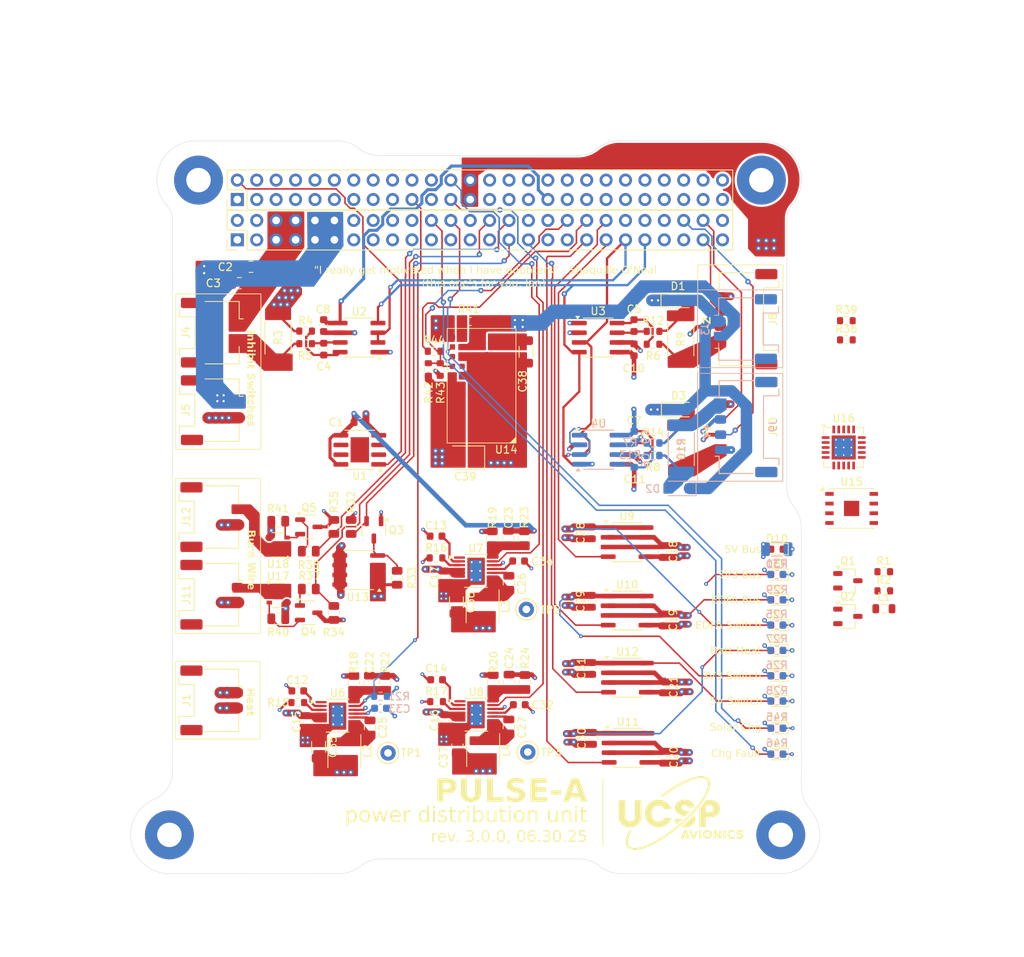
<source format=kicad_pcb>
(kicad_pcb (version 20241229) (generator "pcbnew") (generator_version "9.0")
  (layers (0 "F.Cu" signal) (4 "In1.Cu" signal) (6 "In2.Cu" signal) (2 "B.Cu" signal) (13 "F.Paste" user) (15 "B.Paste" user) (5 "F.SilkS" user "F.Silkscreen") (7 "B.SilkS" user "B.Silkscreen") (1 "F.Mask" user) (3 "B.Mask" user) (25 "Edge.Cuts" user))
  (net 0 "")
  (net 1 "VBATT")
  (net 2 "GND")
  (net 3 "/SW_1")
  (net 4 "Net-(U2-IN+)")
  (net 5 "EDFA_5V")
  (net 6 "/FB_1")
  (net 7 "Net-(U2-IN-)")
  (net 8 "Net-(U7-TR{slash}SS)")
  (net 9 "Net-(U8-TR{slash}SS)")
  (net 10 "Net-(U7-BST)")
  (net 11 "3V3")
  (net 12 "Net-(U8-BST)")
  (net 13 "/SW_2")
  (net 14 "Net-(U8-INTVcc)")
  (net 15 "/FB_2")
  (net 16 "/VBATT_IN")
  (net 17 "Net-(U7-INTVcc)")
  (net 18 "Net-(C38-Pad2)")
  (net 19 "Net-(D8-K)")
  (net 20 "/SW_3")
  (net 22 "Net-(U6-RT)")
  (net 23 "Net-(U6-INTVcc)")
  (net 24 "Net-(U6-BST)")
  (net 25 "Net-(D9-K)")
  (net 26 "Net-(U6-TR{slash}SS)")
  (net 27 "/FB_3")
  (net 28 "Net-(D10-K)")
  (net 29 "Net-(D12-K)")
  (net 31 "Net-(D4-K)")
  (net 40 "VINA")
  (net 44 "EDFA_5V_S")
  (net 45 "5V")
  (net 46 "KAPTON_PWR")
  (net 50 "5V_S")
  (net 59 "3V3_S")
  (net 64 "SOLAR_PRE_INH")
  (net 75 "BURN_FET")
  (net 81 "/PDU_TEMP")
  (net 82 "/BATT_CS")
  (net 85 "/SOLAR_PRE_MPPT")
  (net 86 "GND_REF")
  (net 91 "/b1")
  (net 93 "SCL")
  (net 99 "ENAB_BURN_2")
  (net 100 "Net-(D5-K)")
  (net 102 "Net-(D6-K)")
  (net 104 "/SOLAR_IN_-Z")
  (net 106 "/SOLAR_IN_+Y")
  (net 107 "ENAB_BURN_1")
  (net 108 "SDA")
  (net 110 "/CS_SOL3_VIN+")
  (net 111 "/CS_SOL3_VIN-")
  (net 113 "/SOLAR_IN_-Y")
  (net 114 "/sol_2_diode")
  (net 115 "/sol_1_diode")
  (net 116 "/sol_3_diode")
  (net 117 "EDFA_5V_STAT")
  (net 119 "/CS_SOL2_VIN+")
  (net 120 "/CS_SOL2_VIN-")
  (net 121 "/CS_SOL1_VIN+")
  (net 122 "/CS_SOL1_VIN-")
  (net 123 "Net-(Q1-S)")
  (net 124 "Net-(Q1-D)")
  (net 125 "3V3_STAT")
  (net 126 "Net-(Q3-C)")
  (net 128 "Net-(Q4-G)")
  (net 129 "Net-(Q5-D)")
  (net 130 "Net-(Q5-G)")
  (net 131 "/b2")
  (net 132 "Net-(U7-RT)")
  (net 133 "EDFA_5V_EN")
  (net 134 "5V_STAT")
  (net 135 "KAPTON_EN")
  (net 136 "5V_S_EN")
  (net 137 "3V3_S_EN")
  (net 138 "Net-(U8-RT)")
  (net 139 "/ADJ")
  (net 140 "Net-(U16-ILIM)")
  (net 141 "/VIN_REG")
  (net 142 "/BATT_THERM_R")
  (net 143 "Net-(D7-K)")
  (net 144 "Net-(D11-K)")
  (net 145 "Net-(U13-D1)")
  (net 153 "/~{CHRG_STAT}")
  (net 154 "/~{CHRG_FAULT}")
  (net 156 "/ADCS_PWR_SNS")
  (net 157 "/ADCS_PWR")
  (net 158 "/~{ADCS_PWR_FAULT}")
  (net 159 "/ADCS_PWR_EN")
  (net 161 "/ADCS_PWR_DIAG")
  (net 162 "WRITE_PROT")
  (net 163 "MOSI")
  (net 164 "HOLD")
  (net 165 "MISO")
  (net 166 "SCK")
  (net 167 "MRAM_CS")
  (net 168 "/VBATT_PRE_INH")
  (net 169 "Net-(Q4-D)")
  (net 170 "/RBF_SW")
  (footprint "Capacitor_SMD:C_0805_2012Metric" (layer "F.Cu") (at 216.547038 120.778749 90)
    (property "Reference" "C24")
    (property "Value" "10pF")
  )
  (footprint "LED_SMD:LED_0603_1608Metric" (layer "F.Cu") (at 251.587 103.403334 180)
    (property "Reference" "D10")
    (property "Value" "150060VS75000")
  )
  (footprint "Capacitor_SMD:C_0603_1608Metric" (layer "F.Cu") (at 197.025 86.8 180)
    (property "Reference" "C1")
    (property "Value" "0.1uF")
  )
  (footprint "Capacitor_SMD:C_0805_2012Metric" (layer "F.Cu") (at 216.443285 101.956618 90)
    (property "Reference" "C23")
    (property "Value" "4.7pF")
  )
  (footprint "Package_SO:MSOP-16-1EP_3x4.039mm_P0.5mm_EP1.651x2.845mm_ThermalVias" (layer "F.Cu") (at 212.2495 125.069326)
    (property "Reference" "U8")
    (property "Value" "LT8610")
  )
  (footprint "Resistor_SMD:R_0603_1608Metric" (layer "F.Cu") (at 206.9749 104.5494 180)
    (property "Reference" "R16")
    (property "Value" "110k")
  )
  (footprint "Resistor_SMD:R_0603_1608Metric" (layer "F.Cu") (at 207.047438 123.3654 180)
    (property "Reference" "R17")
    (property "Value" "110k")
  )
  (footprint "Capacitor_SMD:C_0603_1608Metric" (layer "F.Cu") (at 227.402567 101.263908 -90)
    (property "Reference" "C28")
    (property "Value" "1uF")
  )
  (footprint "Capacitor_SMD:C_0603_1608Metric" (layer "F.Cu") (at 207.047438 120.5)
    (property "Reference" "C14")
    (property "Value" "10nF")
  )
  (footprint "MountingHole:MountingHole_3.2mm_M3_Pad_TopBottom" (layer "F.Cu") (at 172.08 140.81)
    (property "Reference" "H3" (hide yes))
    (property "Value" "MountingHole" (hide yes))
  )
  (footprint "Resistor_SMD:R_2512_6332Metric" (layer "F.Cu") (at 239.001404 75.9125 -90)
    (property "Reference" "R9")
    (property "Value" "40m")
  )
  (footprint "Package_TO_SOT_SMD:SOT-23-3" (layer "F.Cu") (at 198.831366 100.874131 -90)
    (property "Reference" "Q3")
    (property "Value" "BC848ALT1G")
  )
  (footprint "Capacitor_SMD:C_0603_1608Metric" (layer "F.Cu") (at 208.215838 125.858836 -90)
    (property "Reference" "C16")
    (property "Value" "4.7uF")
  )
  (footprint "Package_TO_SOT_SMD:TSOT-23" (layer "F.Cu") (at 260.8702 112.2044)
    (property "Reference" "Q2")
    (property "Value" "NMOS")
  )
  (footprint "Package_SO:TSOP-6_1.65x3.05mm_P0.95mm" (layer "F.Cu") (at 186.311441 109.437555)
    (property "Reference" "U17")
    (property "Value" "~")
  )
  (footprint "Resistor_SMD:R_0805_2012Metric" (layer "F.Cu") (at 193.598579 100.483644 90)
    (property "Reference" "R35")
    (property "Value" "10k")
  )
  (footprint "Resistor_SMD:R_2512_6332Metric" (layer "F.Cu") (at 239.057 90.257336 -90)
    (property "Reference" "R11")
    (property "Value" "40m")
  )
  (footprint "Resistor_SMD:R_0603_1608Metric" (layer "F.Cu") (at 235.374 91.146336)
    (property "Reference" "R8")
    (property "Value" "10")
  )
  (footprint "Capacitor_SMD:C_0603_1608Metric" (layer "F.Cu") (at 227.5529 128.177669 -90)
    (property "Reference" "C30")
    (property "Value" "1uF")
  )
  (footprint "Capacitor_SMD:C_0603_1608Metric" (layer "F.Cu") (at 232.905969 88.733336 90)
    (property "Reference" "C7")
    (property "Value" "1uF")
  )
  (footprint "Capacitor_SMD:C_0805_2012Metric" (layer "F.Cu") (at 181.229 68.58)
    (property "Reference" "C3")
    (property "Value" "22uF")
  )
  (footprint "Capacitor_SMD:C_0603_1608Metric" (layer "F.Cu") (at 188.881954 121.962074)
    (property "Reference" "C12")
    (property "Value" "10nF")
  )
  (footprint "Capacitor_SMD:C_0603_1608Metric" (layer "F.Cu") (at 227.405051 110.232193 -90)
    (property "Reference" "C29")
    (property "Value" "1uF")
  )
  (footprint "LED_SMD:LED_0603_1608Metric" (layer "F.Cu") (at 251.5875 126.838334 180)
    (property "Reference" "D11")
    (property "Value" "150060VS75000")
  )
  (footprint "Resistor_SMD:R_0603_1608Metric" (layer "F.Cu") (at 211.351012 73.589583 180)
    (property "Reference" "R41")
    (property "Value" "0")
  )
  (footprint "LED_SMD:LED_0603_1608Metric" (layer "F.Cu") (at 251.587 116.667778 180)
    (property "Reference" "D6")
    (property "Value" "150060AS75000")
  )
  (footprint "Capacitor_SMD:C_0603_1608Metric" (layer "F.Cu") (at 217.867838 123.7718)
    (property "Reference" "C32")
    (property "Value" "1uF")
  )
  (footprint "Resistor_SMD:R_0603_1608Metric" (layer "F.Cu") (at 235.374 74.883135)
    (property "Reference" "R12")
    (property "Value" "10")
  )
  (footprint "PDU:LGA-77" (layer "F.Cu") (at 212.93 82 180)
    (property "Reference" "U14")
    (property "Value" "LTM8062AIV-PBF")
  )
  (footprint "Capacitor_SMD:C_0603_1608Metric" (layer "F.Cu") (at 217.7829 104.952474)
    (property "Reference" "C34")
    (property "Value" "1uF")
  )
  (footprint "Capacitor_Tantalum_SMD:CP_EIA-3528-12_Kemet-T" (layer "F.Cu") (at 210.876905 91.4 180)
    (property "Reference" "C39")
    (property "Value" "4.7uF")
  )
  (footprint "Capacitor_SMD:C_0603_1608Metric" (layer "F.Cu") (at 192.281294 77.212372 90)
    (property "Reference" "C4")
    (property "Value" "1uF")
  )
  (footprint "Capacitor_SMD:C_0805_2012Metric" (layer "F.Cu") (at 209.766595 129.168003 -90)
    (property "Reference" "C37")
    (property "Value" "68uF")
  )
  (footprint "Capacitor_SMD:C_0805_2012Metric" (layer "F.Cu") (at 198.265904 120.919423 90)
    (property "Reference" "C22")
    (property "Value" "10pF")
  )
  (footprint "Capacitor_SMD:C_0603_1608Metric" (layer "F.Cu") (at 192.270176 74.124922 90)
    (property "Reference" "C8")
    (property "Value" "0.1UF")
  )
  (footprint "Diode_SMD:Nexperia_CFP3_SOD-123W" (layer "F.Cu") (at 238.676 70.826336)
    (property "Reference" "D1")
    (property "Value" "PMEG10020ELRX")
  )
  (footprint "Diode_SMD:Nexperia_CFP3_SOD-123W" (layer "F.Cu") (at 238.726542 85.131038)
    (property "Reference" "D3")
    (property "Value" "PMEG10020ELRX")
  )
  (footprint "LOGO" (layer "F.Cu") (at 237.305271 137.978622)
    (property "Reference" "G***" (hide yes))
    (property "Value" "LOGO" (hide yes))
  )
  (footprint "Resistor_SMD:R_0603_1608Metric" (layer "F.Cu") (at 188.881954 123.486074 180)
    (property "Reference" "R15")
    (property "Value" "110k")
  )
  (footprint "Resistor_SMD:R_0805_2012Metric" (layer "F.Cu") (at 190.322568 103.668757)
    (property "Reference" "R38")
    (property "Value" "4.7k")
  )
  (footprint "Resistor_SMD:R_0603_1608Metric" (layer "F.Cu") (at 235.374 89.495336)
    (property "Reference" "R14")
    (property "Value" "10")
  )
  (footprint "TestPoint:TestPoint_Keystone_5000-5004_Miniature" (layer "F.Cu") (at 218.985438 129.9694)
    (property "Reference" "TP3")
    (property "Value" "~")
  )
  (footprint "Resistor_SMD:R_0603_1608Metric" (layer "F.Cu") (at 260.675 76)
    (property "Reference" "R36")
    (property "Value" "TBD")
  )
  (footprint "Package_SO:MSOP-16-1EP_3x4.039mm_P0.5mm_EP1.651x2.845mm_ThermalVias" (layer "F.Cu") (at 212.1909 106.25)
    (property "Reference" "U7")
    (property "Value" "LT8610")
  )
  (footprint "Capacitor_SMD:C_0603_1608Metric" (layer "F.Cu") (at 236.637136 121.440019 -90)
    (property "Reference" "C21")
    (property "Value" "0.1uF")
  )
  (footprint "Package_SO:SOIC-8_3.9x4.9mm_P1.27mm" (layer "F.Cu") (at 228.2 75.7)
    (property "Reference" "U3")
    (property "Value" "INA219AxD")
  )
  (footprint "Resistor_SMD:R_0603_1608Metric" (layer "F.Cu") (at 260.675 73.49)
    (property "Reference" "R39")
    (property "Value" "50k")
  )
  (footprint "Resistor_SMD:R_0805_2012Metric" (layer "F.Cu") (at 214.464238 120.798749 -90)
    (property "Reference" "R20")
    (property "Value" "243k")
  )
  (footprint "Package_TO_SOT_SMD:SOT-23-3" (layer "F.Cu") (at 190.304311 111.729157)
    (property "Reference" "Q4")
    (property "Value" "IRLML2803PBFCT")
  )
  (footprint "Connector_Molex:Molex_Pico-Lock_205338-0002_1x02-1MP_P2.00mm_Horizontal" (layer "F.Cu") (at 177.6 109.36 -90)
    (property "Reference" "J11")
    (property "Value" "Conn_01x02")
  )
  (footprint "LED_SMD:LED_0603_1608Metric" (layer "F.Cu") (at 251.587 119.983889 180)
    (property "Reference" "D5")
    (property "Value" "150060AS75000")
  )
  (footprint "Resistor_SMD:R_0805_2012Metric" (layer "F.Cu") (at 214.3409 101.979423 -90)
    (property "Reference" "R19")
    (property "Value" "412k")
  )
  (footprint "Package_SO:SOIC-8-1EP_3.9x4.9mm_P1.27mm_EP2.41x3.3mm" (layer "F.Cu") (at 197 90.395 180)
    (property "Reference" "U1")
    (property "Value" "~")
  )
  (footprint "MountingHole:MountingHole_3.2mm_M3_Pad_TopBottom" (layer "F.Cu") (at 252.09 140.81)
    (property "Reference" "H4" (hide yes))
    (property "Value" "MountingHole")
  )
  (footprint "Resistor_SMD:R_0603_1608Metric" (layer "F.Cu") (at 189.906014 76.498822)
    (property "Reference" "R5")
    (property "Value" "10")
  )
  (footprint "Capacitor_SMD:C_1206_3216Metric" (layer "F.Cu") (at 209.6419 110.348677 -90)
    (property "Reference" "C36")
    (property "Value" "68uF")
  )
  (footprint "Package_TO_SOT_SMD:TSOT-23" (layer "F.Cu") (at 260.8702 107.5394)
    (property "Reference" "Q1")
    (property "Value" "NMOS")
  )
  (footprint "Package_DFN_QFN:DFN-8-1EP_6x5mm_P1.27mm_EP2x2mm" (layer "F.Cu") (at 261.3616 98.0694)
    (property "Reference" "U15")
    (property "Value" "~")
  )
  (footprint "LED_SMD:LED_0603_1608Metric" (layer "F.Cu") (at 251.587 106.719445 180)
    (property "Reference" "D9")
    (property "Value" "150060VS75000")
  )
  (footprint "Resistor_SMD:R_0805_2012Metric" (layer "F.Cu") (at 218.598528 120.798749 90)
    (property "Reference" "R24")
    (property "Value" "1M")
  )
  (footprint "Package_SO:SOIC-8_3.9x4.9mm_P1.27mm" (layer "F.Cu") (at 232.027538 120.22671)
    (property "Reference" "U12")
    (property "Value" "~")
  )
  (footprint "Resistor_SMD:R_0805_2012Metric" (layer "F.Cu") (at 193.598579 111.753603 -90)
    (property "Reference" "R34")
    (property "Value" "10k")
  )
  (footprint "Capacitor_SMD:C_0805_2012Metric" (layer "F.Cu") (at 216.496238 126.654634 -90)
    (property "Reference" "C27")
    (property "Value" "0.1uF")
  )
  (footprint "Connector_Molex:Molex_Pico-Lock_205338-0002_1x02-1MP_P2.00mm_Horizontal" (layer "F.Cu") (at 177.673 75.057 -90)
    (property "Reference" "J4")
    (property "Value" "Conn_01x02")
  )
  (footprint "Package_SO:SOIC-8_3.9x4.9mm_P1.27mm" (layer "F.Cu") (at 228.2 90.384336)
    (property "Reference" "U5")
    (property "Value" "INA219AxD")
  )
  (footprint "Package_SO:SOIC-8_3.9x4.9mm_P1.27mm" (layer "F.Cu") (at 232.102538 129.415)
    (property "Reference" "U11")
    (property "Value" "~")
  )
  (footprint "Inductor_SMD:L_Coilcraft_XxL4040" (layer "F.Cu") (at 213.143438 129.7154 -90)
    (property "Reference" "L4")
    (property "Value" "10uH")
  )
  (footprint "Capacitor_SMD:C_0603_1608Metric" (layer "F.Cu") (at 206.9749 101.7)
    (property "Reference" "C13")
    (property "Value" "10nF")
  )
  (footprint "Capacitor_SMD:C_0603_1608Metric" (layer "F.Cu") (at 232.905969 91.908336 -90)
    (property "Reference" "C11")
    (property "Value" "0.1UF")
  )
  (footprint "Inductor_SMD:L_Coilcraft_XxL4040" (layer "F.Cu") (at 213.0709 110.896074 -90)
    (property "Reference" "L3")
    (property "Value" "8.2uH")
  )
  (footprint "Connector_Molex:Molex_Pico-Lock_205338-0004_1x04-1MP_P2.00mm_Horizontal" (layer "F.Cu") (at 247.572101 87.416875 90)
    (property "Reference" "J10")
    (property "Value" "Conn_01x04")
  )
  (footprint "Resistor_SMD:R_2512_6332Metric" (layer "F.Cu") (at 186.302648 75.684185 90)
    (property "Reference" "R3")
    (property "Value" "10m")
  )
  (footprint "MountingHole:MountingHole_3.2mm_M3_Pad_TopBottom" (layer "F.Cu") (at 175.89 55.08)
    (property "Reference" "H1" (hide yes))
    (property "Value" "MountingHole")
  )
  (footprint "MountingHole:MountingHole_3.2mm_M3_Pad_TopBottom" (layer "F.Cu") (at 249.55 55.08)
    (property "Reference" "H2" (hide yes))
    (property "Value" "MountingHole")
  )
  (footprint "Connector_Molex:Molex_Pico-Lock_205338-0002_1x02-1MP_P2.00mm_Horizontal" (layer "F.Cu") (at 177.6 123.2 -90)
    (property "Reference" "J1")
    (property "Value" "Conn_01x02")
  )
  (footprint "Connector_Molex:Molex_Pico-Lock_205338-0002_1x02-1MP_P2.00mm_Horizontal" (layer "F.Cu") (at 177.6 99.2 -90)
    (property "Reference" "J12")
    (property "Value" "Conn_01x02")
  )
  (footprint "Capacitor_SMD:C_0805_2012Metric" (layer "F.Cu") (at 198.331134 126.775308 -90)
    (property "Reference" "C25")
    (property "Value" "0.1uF")
  )
  (footprint "TestPoint:TestPoint_Keystone_5000-5004_Miniature" (layer "F.Cu") (at 218.793748 111.285242)
    (property "Reference" "TP2")
    (property "Value" "~")
  )
  (footprint "Capacitor_SMD:C_0603_1608Metric" (layer "F.Cu") (at 236.576009 112.674589 -90)
    (property "Reference" "C19")
    (property "Value" "0.1uF")
  )
  (footprint "Inductor_SMD:L_0805_2012Metric" (layer "F.Cu") (at 265.5867 111.2012)
    (property "Reference" "L1")
    (property "Value" "AIMC-0805-2N2S-T")
  )
  (footprint "Package_TO_SOT_SMD:SOT-23-3" (layer "F.Cu") (at 190.334127 100.485837)
    (property "Reference" "Q5")
    (property "Value" "IRLML2803PBFCT")
  )
  (footprint "LED_SMD:LED_0603_1608Metric" (layer "F.Cu") (at 251.587 110.035556 180)
    (property "Reference" "D8")
    (property "Value" "150060VS75000")
  )
  (footprint "Resistor_SMD:R_0805_2012Metric" (layer "F.Cu") (at 218.521942 101.976509 90)
    (property "Reference" "R23")
    (property "Value" "1M")
  )
  (footprint "Resistor_SMD:R_0603_1608Metric" (layer "F.Cu") (at 205.96348 79.881015 -90)
    (property "Reference" "R42")
    (property "Value" "549k")
  )
  (footprint "Resistor_SMD:R_0603_1608Metric" (layer "F.Cu") (at 265.5702 108.8644)
    (property "Reference" "R2")
    (property "Value" "1M")
  )
  (footprint "Capacitor_SMD:C_0603_1608Metric" (layer "F.Cu") (at 236.591356 103.708249 -90)
    (property "Reference" "C18")
    (property "Value" "0.1uF")
  )
  (footprint "Capacitor_SMD:C_0603_1608Metric" (layer "F.Cu") (at 208.187024 107.035281 90)
    (property "Reference" "C17")
    (property "Value" "4.7uF")
  )
  (footprint "Capacitor_SMD:C_1206_3216Metric" (layer "F.Cu") (at 218.76 77.57 90)
    (property "Reference" "C38")
    (property "Value" "4.7uF")
  )
  (footprint "Resistor_SMD:R_0805_2012Metric" (layer "F.Cu") (at 200.298544 120.919423 90)
    (property "Reference" "R22")
    (property "Value" "1M")
  )
  (footprint "Package_DFN_QFN:Texas_RGW0020A_VQFN-20-1EP_5x5mm_P0.65mm_EP3.15x3.15mm_ThermalVias" (layer "F.Cu") (at 260.3243 90.0892)
    (property "Reference" "U16")
    (property "Value" "~")
  )
  (footprint "Package_SO:SOIC-8_3.9x4.9mm_P1.27mm" (layer "F.Cu") (at 231.978855 111.446117)
    (property "Reference" "U10")
    (property "Value" "~")
  )
  (footprint "Package_SO:MSOP-16-1EP_3x4.039mm_P0.5mm_EP1.651x2.845mm_ThermalVias" (layer "F.Cu") (at 194.085 125.19)
    (property "Reference" "U6")
    (property "Value" "LT8610")
  )
  (footprint "Package_SO:SOIC-8_3.9x4.9mm_P1.27mm" (layer "F.Cu") (at 196.9 75.7 180)
    (property "Reference" "U2")
    (property "Value" "INA219AxD")
  )
  (footprint "Resistor_SMD:R_0603_1608Metric" (layer "F.Cu") (at 265.5702 106.3544)
    (property "Reference" "R1")
    (property "Value" "1M")
  )
  (footprint "Package_SO:SOIC-8_3.9x4.9mm_P1.27mm" (layer "F.Cu") (at 231.978855 102.483516)
    (property "Reference" "U9")
    (property "Value" "~")
  )
  (footprint "Connector_PinHeader_2.54mm:PinHeader_2x26_P2.54mm_Vertical" (layer "F.Cu") (at 180.97 57.62 90)
    (property "Reference" "J7" (hide yes))
    (property "Value" "Conn_02x26_Odd_Even")
  )
  (footprint "Connector_Molex:Molex_Pico-Lock_205338-0002_1x02-1MP_P2.00mm_Horizontal" (layer "F.Cu") (at 177.673 85.201 -90)
    (property "Reference" "J5")
    (property "Value" "Conn_01x02")
  )
  (footprint "Connector_PinHeader_2.54mm:PinHeader_2x26_P2.54mm_Vertical" (layer "F.Cu") (at 180.97 62.9 90)
    (property "Reference" "J2" (hide yes))
    (property "Value" "Conn_02x26_Odd_Even")
  )
  (footprint "Resistor_SMD:R_0805_2012Metric" (layer "F.Cu") (at 201.883351 107.148136 90)
    (property "Reference" "R33")
    (property "Value" "10k")
  )
  (footprint "Capacitor_SMD:C_1206_3216Metric" (layer "F.Cu") (at 191.604465 129.288677 -90)
    (property "Reference" "C35")
    (property "Value" "68uF")
  )
  (footprint "Package_SO:TSOP-6_1.65x3.05mm_P0.95mm" (layer "F.Cu") (at 186.311441 102.833555 180)
    (property "Reference" "U18")
    (property "Value" "~")
  )
  (footprint "Capacitor_SMD:C_0603_1608Metric" (layer "F.Cu") (at 232.884986 74.128336 90)
    (property "Reference" "C5")
    (property "Value" "1uF")
  )
  (footprint "TestPoint:TestPoint_Keystone_5000-5004_Miniature" (layer "F.Cu") (at 200.692954 130.090074)
    (property "Reference" "TP1")
    (property "Value" "~")
  )
  (footprint "Resistor_SMD:R_0603_1608Metric" (layer "F.Cu") (at 189.906014 74.847822)
    (property "Reference" "R4")
    (property "Value" "10")
  )
  (footprint "Connector_Molex:Molex_Pico-Lock_205338-0004_1x04-1MP_P2.00mm_Horizontal" (layer "F.Cu") (at 247.565798 73.285447 90)
    (property "Reference" "J8")
    (property "Value" "Conn_01x04")
  )
  (footprint "Package_SO:SOIC-8_3.9x4.9mm_P1.27mm" (layer "F.Cu") (at 196.852441 106.135555 180)
    (property "Reference" "U13")
    (property "Value" "~")
  )
  (footprint "Capacitor_SMD:C_0603_1608Metric" (layer "F.Cu") (at 190.153553 125.97951 90)
    (property "Reference" "C15")
    (property "Value" "4.7uF")
  )
  (footprint "Resistor_SMD:R_0805_2012Metric" (layer "F.Cu") (at 195.864884 100.490377 90)
    (property "Reference" "R32")
    (property "Value" "10k")
  )
  (footprint "LED_SMD:LED_0603_1608Metric" (layer "F.Cu") (at 251.587 123.3 180)
    (property "Reference" "D7")
    (property "Value" "150060AS75000")
  )
  (footprint "Inductor_SMD:L_Coilcraft_XxL4040" (layer "F.Cu") (at 194.977954 129.836074 -90)
    (property "Reference" "L2")
    (property "Value" "10uH")
  )
  (footprint "Resistor_SMD:R_0805_2012Metric" (layer "F.Cu") (at 196.233264 120.919423 -90)
    (property "Reference" "R18")
    (property "Value" "243k")
  )
  (footprint "Capacitor_SMD:C_0805_2012Metric" (layer "F.Cu") (at 216.4999 107.835308 -90)
    (property "Reference" "C26")
    (property "Value" "0.1uF")
  )
  (footprint "Capacitor_SMD:C_0805_2012Metric" (layer "F.Cu") (at 182.753 66.421)
    (property "Reference" "C2")
    (property "Value" "0.1uF")
  )
  (footprint "Resistor_SMD:R_0603_1608Metric" (layer "F.Cu") (at 207.524118 79.882682 90)
    (property "Reference" "R43")
    (property "Value" "459k")
  )
  (footprint "Resistor_SMD:R_0603_1608Metric" (layer "F.Cu") (at 206.724009 77.488361)
    (property "Reference" "R44")
    (property "Value" "549k")
  )
  (footprint "LED_SMD:LED_0603_1608Metric" (layer "F.Cu") (at 251.5875 130.238334 180)
    (property "Reference" "D12")
    (property "Value" "150060VS75000")
  )
  (footprint "Resistor_SMD:R_0603_1608Metric" (layer "F.Cu") (at 235.374 76.569681)
    (property "Reference" "R6")
    (property "Value" "10")
  )
  (footprint "Resistor_SMD:R_0805_2012Metric" (layer "F.Cu") (at 186.330145 112.514202)
    (property "Reference" "R40")
    (property "Value" "100k")
  )
  (footprint "Resistor_SMD:R_0805_2012Metric" (layer "F.Cu") (at 190.322568 108.621757)
    (property "Reference" "R37")
    (property "Value" "4.7k")
  )
  (footprint "Capacitor_SMD:C_0603_1608Metric" (layer "F.Cu") (at 227.440013 119.018809 -90)
    (property "Reference" "C31")
    (property "Value" "1uF")
  )
  (footprint "Resistor_SMD:R_0805_2012Metric" (layer "F.Cu") (at 186.323 99.741 180)
    (property "Reference" "R41")
    (property "Value" "100k")
  )
  (footprint "Capacitor_SMD:C_0603_1608Metric" (layer "F.Cu") (at 236.671343 130.644133 -90)
    (property "Reference" "C20")
    (property "Value" "0.1uF")
  )
  (footprint "Capacitor_SMD:C_0603_1608Metric" (layer "F.Cu") (at 232.884986 77.303336 -90)
    (property "Reference" "C10")
    (property "Value" "0.1UF")
  )
  (footprint "LED_SMD:LED_0603_1608Metric" (layer "F.Cu") (at 251.587 113.351667 180)
    (property "Reference" "D4")
    (property "Value" "150060AS75000")
  )
  (footprint "Resistor_SMD:R_0603_1608Metric" (layer "B.Cu") (at 235.373999 91.147363)
    (property "Reference" "R13")
    (property "Value" "10")
  )
  (footprint "Resistor_SMD:R_0603_1608Metric" (layer "B.Cu") (at 251.569889 123.27333)
    (property "Reference" "R28")
    (property "Value" "150")
  )
  (footprint "Resistor_SMD:R_0603_1608Metric" (layer "B.Cu") (at 251.5875 126.838334)
    (property "Reference" "R45")
    (property "Value" "150")
  )
  (footprint "Connector_Molex:Molex_Pico-Lock_205338-0002_1x02-1MP_P2.00mm_Horizontal" (layer "B.Cu") (at 247.506968 74.575906 -90)
    (property "Reference" "J3")
    (property "Value" "Conn_01x02")
  )
  (footprint "Diode_SMD:Nexperia_CFP3_SOD-123W" (layer "B.Cu") (at 238.748856 95.448418 180)
    (property "Reference" "D2")
    (property "Value" "PMEG10020ELRX")
  )
  (footprint "Resistor_SMD:R_0603_1608Metric" (layer "B.Cu") (at 251.569889 113.338332)
    (property "Reference" "R25")
    (property "Value" "65")
  )
  (footprint "Resistor_SMD:R_0603_1608Metric" (layer "B.Cu") (at 251.5875 130.238334)
    (property "Reference" "R46")
    (property "Value" "150")
  )
  (footprint "Capacitor_SMD:C_0603_1608Metric" (layer "B.Cu") (at 232.905365 88.733336 90)
    (property "Reference" "C9")
    (property "Value" "0.1UF")
  )
  (footprint "Resistor_SMD:R_0603_1608Metric" (layer "B.Cu") (at 199.70878 122.667866 180)
    (property "Reference" "R21")
    (property "Value" "100k")
  )
  (footprint "Resistor_SMD:R_2512_6332Metric" (layer "B.Cu") (at 239.07192 90.309616 90)
    (property "Reference" "R10")
    (property "Value" "40m")
  )
  (footprint "Resistor_SMD:R_0603_1608Metric" (layer "B.Cu") (at 235.385507 89.506843)
    (property "Reference" "R7")
    (property "Value" "10")
  )
  (footprint "Package_SO:SOIC-8_3.9x4.9mm_P1.27mm" (layer "B.Cu") (at 228.271675 90.372187)
    (property "Reference" "U4")
    (property "Value" "INA219AxD")
  )
  (footprint "Capacitor_SMD:C_0603_1608Metric" (layer "B.Cu") (at 232.905365 91.912868 -90)
    (property "Reference" "C6")
    (property "Value" "1uF")
  )
  (footprint "Connector_Molex:Molex_Pico-Lock_205338-0004_1x04-1MP_P2.00mm_Horizontal" (layer "B.Cu") (at 247.564916 87.412707 -90)
    (property "Reference" "J9")
    (property "Value" "Conn_01x04")
  )
  (footprint "Capacitor_SMD:C_0603_1608Metric" (layer "B.Cu") (at 199.709173 124.235308)
    (property "Reference" "C33")
    (property "Value" "1uF")
  )
  (footprint "Resistor_SMD:R_0603_1608Metric" (layer "B.Cu") (at 251.569889 106.715)
    (property "Reference" "R30")
    (property "Value" "65")
  )
  (footprint "Capacitor_SMD:C_1206_3216Metric" (layer "B.Cu") (at 251.569889 103.403334)
    (property "Reference" "R31")
    (property "Value" "150")
  )
  (footprint "Resistor_SMD:R_0603_1608Metric" (layer "B.Cu") (at 251.569889 116.649998)
    (property "Reference" "R27")
    (property "Value" "150")
  )
  (footprint "Resistor_SMD:R_0603_1608Metric" (layer "B.Cu") (at 251.569889 110.026666)
    (property "Reference" "R29")
    (property "Value" "150")
  )
  (footprint "Resistor_SMD:R_0603_1608Metric" (layer "B.Cu") (at 251.569889 119.961664)
    (property "Reference" "R26")
    (property "Value" "150")
  )
  (gr_rect (start 241.221475 66.180893) (end 252.369836 94.514249) (stroke (width 0.1)) (fill no) (layer "F.SilkS"))
  (gr_line (start 228.80149 133.482403) (end 228.80149 142.292713) (stroke (width 0.1)) (layer "F.SilkS"))
  (gr_rect (start 172.862253 94.150177) (end 184.010614 114.461173) (stroke (width 0.1)) (fill no) (layer "F.SilkS"))
  (gr_rect (start 172.862253 118.112049) (end 183.948852 128.249935) (stroke (width 0.1)) (fill no) (layer "F.SilkS"))
  (gr_rect (start 172.903453 69.979232) (end 184.051814 90.329929) (stroke (width 0.1)) (fill no) (layer "F.SilkS"))
  (gr_rect (start 241.186819 69.456644) (end 252.33518 79.629) (stroke (width 0.1)) (fill no) (layer "B.SilkS"))
  (gr_rect (start 241.200639 80.391) (end 252.349 94.500356) (stroke (width 0.1)) (fill no) (layer "B.SilkS"))
  (gr_line (start 166.999371 140.81) (end 167.003936 140.81) (stroke (width 0.05)) (layer "Edge.Cuts"))
  (gr_arc (start 171.820483 58.501919) (mid 172.311115 59.301518) (end 172.505614 60.429691) (stroke (width 0.05)) (layer "Edge.Cuts"))
  (gr_arc (start 249.712801 49.948319) (mid 253.305232 51.436401) (end 254.793314 55.028948) (stroke (width 0.05)) (layer "Edge.Cuts"))
  (gr_arc (start 253.6729 97.687232) (mid 253.07697 96.5) (end 252.871737 95.187547) (stroke (width 0.05)) (layer "Edge.Cuts"))
  (gr_line (start 225.706751 143.964305) (end 199.773128 143.966217) (stroke (width 0.05)) (layer "Edge.Cuts"))
  (gr_arc (start 257.172105 140.80849) (mid 255.684023 144.401037) (end 252.091476 145.889119) (stroke (width 0.05)) (layer "Edge.Cuts"))
  (gr_arc (start 253.6729 97.687232) (mid 254.559222 99.243672) (end 254.790406 101.019799) (stroke (width 0.05)) (layer "Edge.Cuts"))
  (gr_arc (start 227.964376 51.067552) (mid 226.777144 51.663482) (end 225.464691 51.868715) (stroke (width 0.05)) (layer "Edge.Cuts"))
  (gr_line (start 231.296943 49.950046) (end 249.712801 49.948319) (stroke (width 0.05)) (layer "Edge.Cuts"))
  (gr_arc (start 170.449763 55.027477) (mid 171.927117 51.445668) (end 175.5 49.946855) (stroke (width 0.05)) (layer "Edge.Cuts"))
  (gr_line (start 225.464691 51.868715) (end 199.531068 51.866803) (stroke (width 0.05)) (layer "Edge.Cuts"))
  (gr_arc (start 199.531068 51.866803) (mid 198.218615 51.661572) (end 197.031383 51.06564) (stroke (width 0.05)) (layer "Edge.Cuts"))
  (gr_arc (start 171.850719 58.532596) (mid 170.813039 56.914822) (end 170.449854 55.027477) (stroke (width 0.05)) (layer "Edge.Cuts"))
  (gr_arc (start 167.003936 140.81) (mid 167.82957 138.035064) (end 170.037888 136.162828) (stroke (width 0.05)) (layer "Edge.Cuts"))
  (gr_line (start 254.790406 101.019799) (end 254.802295 134.565788) (stroke (width 0.05)) (layer "Edge.Cuts"))
  (gr_arc (start 197.273443 144.76738) (mid 195.717003 145.653702) (end 193.940876 145.884886) (stroke (width 0.05)) (layer "Edge.Cuts"))
  (gr_line (start 172.505614 60.429691) (end 172.502998 132.544844) (stroke (width 0.05)) (layer "Edge.Cuts"))
  (gr_arc (start 255.988124 137.54356) (mid 255.109657 136.168389) (end 254.802295 134.565788) (stroke (width 0.05)) (layer "Edge.Cuts"))
  (gr_line (start 252.091476 145.889119) (end 231.539003 145.882974) (stroke (width 0.05)) (layer "Edge.Cuts"))
  (gr_arc (start 225.706751 143.964305) (mid 227.019204 144.169536) (end 228.206436 144.765468) (stroke (width 0.05)) (layer "Edge.Cuts"))
  (gr_line (start 252.869825 60.106694) (end 252.871737 95.187547) (stroke (width 0.05)) (layer "Edge.Cuts"))
  (gr_line (start 193.940876 145.884886) (end 172.080096 145.890629) (stroke (width 0.05)) (layer "Edge.Cuts"))
  (gr_arc (start 197.273443 144.76738) (mid 198.460675 144.171448) (end 199.773128 143.966217) (stroke (width 0.05)) (layer "Edge.Cuts"))
  (gr_arc (start 254.789986 55.028948) (mid 254.495181 56.734705) (end 253.644968 58.242569) (stroke (width 0.05)) (layer "Edge.Cuts"))
  (gr_arc (start 231.539003 145.882974) (mid 229.762876 145.65179) (end 228.206436 144.765468) (stroke (width 0.05)) (layer "Edge.Cuts"))
  (gr_line (start 175.5 49.946855) (end 193.698816 49.948134) (stroke (width 0.05)) (layer "Edge.Cuts"))
  (gr_line (start 171.820483 58.501919) (end 171.850719 58.532596) (stroke (width 0.05)) (layer "Edge.Cuts"))
  (gr_arc (start 255.988124 137.54356) (mid 256.868346 139.071678) (end 257.173995 140.80849) (stroke (width 0.05)) (layer "Edge.Cuts"))
  (gr_arc (start 172.502998 132.544844) (mid 171.835024 134.711368) (end 170.037888 136.162828) (stroke (width 0.05)) (layer "Edge.Cuts"))
  (gr_arc (start 252.869825 60.106694) (mid 253.071299 59.097249) (end 253.644973 58.242575) (stroke (width 0.05)) (layer "Edge.Cuts"))
  (gr_arc (start 227.964376 51.067552) (mid 229.520816 50.181229) (end 231.296943 49.950046) (stroke (width 0.05)) (layer "Edge.Cuts"))
  (gr_arc (start 193.698816 49.948134) (mid 195.474943 50.179318) (end 197.031383 51.06564) (stroke (width 0.05)) (layer "Edge.Cuts"))
  (gr_arc (start 172.080096 145.890629) (mid 168.487453 144.402547) (end 166.999371 140.81) (stroke (width 0.05)) (layer "Edge.Cuts"))
  (gr_text "(this one's for you, Ian)" (at 205.1 69.2 0) (layer "F.SilkS") (effects (font (size 1 1) (thickness 0.1875)) (justify left bottom)))
  (gr_text "rev. 3.0.0, 06.30.25" (at 226.805271 141.978622 0) (layer "F.SilkS") (effects (font (size 1.5 1.5) (thickness 0.1)) (justify right bottom)))
  (gr_text "Chg Fault" (at 249.5155 130.783334 0) (layer "F.SilkS") (effects (font (size 1 1) (thickness 0.1)) (justify right bottom)))
  (gr_text "Solar Chg" (at 242.794225 127.340809 0) (layer "F.SilkS") (effects (font (size 1 1) (thickness 0.1)) (justify left bottom)))
  (gr_text "-Y" (at 243.078 88.519 90) (layer "F.SilkS") (effects (font (size 1 1) (thickness 0.1)) (justify left bottom)))
  (gr_text "3V3 Bus" (at 249.555 107.372327 0) (layer "F.SilkS") (effects (font (size 1 1) (thickness 0.1)) (justify right bottom)))
  (gr_text "PULSE-A" (at 226.805271 136.978622 0) (layer "F.SilkS") (effects (font (size 3 3) (thickness 0.1)) (justify right bottom)))
  (gr_text "Inhibit Switches" (at 182.118 74.676 270) (layer "F.SilkS") (effects (font (size 1 1) (thickness 0.1)) (justify left bottom)))
  (gr_text "power distribution unit" (at 226.805271 139.478622 0) (layer "F.SilkS") (effects (font (size 2 2) (thickness 0.1)) (justify right bottom)))
  (gr_text "EDFA Bus" (at 249.555 110.686202 0) (layer "F.SilkS") (effects (font (size 1 1) (thickness 0.1)) (justify right bottom)))
  (gr_text "Burn Wire" (at 182.172 100.851 270) (layer "F.SilkS") (effects (font (size 1 1) (thickness 0.1)) (justify left bottom)))
  (gr_text "Heat" (at 182.045 121.549 -90) (layer "F.SilkS") (effects (font (size 1 1) (thickness 0.1)) (justify left bottom)))
  (gr_text "5V Bus" (at 249.555 104.058452 0) (layer "F.SilkS") (effects (font (size 1 1) (thickness 0.1)) (justify right bottom)))
  (gr_text "5V Switch" (at 242.789474 123.941702 0) (layer "F.SilkS") (effects (font (size 1 1) (thickness 0.1)) (justify left bottom)))
  (gr_text "EDFA Switch" (at 249.555 114.000077 0) (layer "F.SilkS") (effects (font (size 1 1) (thickness 0.1)) (justify right bottom)))
  (gr_text "{dblquote}I really get motivated when I have doubters{dblquote} - Shaquille O'Neal" (at 191 67.5 0) (layer "F.SilkS") (effects (font (size 1 1) (thickness 0.1875)) (justify left bottom)))
  (gr_text "Batt Heat" (at 249.555 117.313952 0) (layer "F.SilkS") (effects (font (size 1 1) (thickness 0.1)) (justify right bottom)))
  (gr_text "-Z" (at 243.078 74.549 90) (layer "F.SilkS") (effects (font (size 1 1) (thickness 0.1)) (justify left bottom)))
  (gr_text "3V3 Switch" (at 249.555 120.627827 0) (layer "F.SilkS") (effects (font (size 1 1) (thickness 0.1)) (justify right bottom)))
  (gr_text "AVIONICS" (at 239 141.5 0) (layer "F.SilkS") (effects (font (size 1.1 1.1) (thickness 0.25) (bold yes) (italic yes)) (justify left bottom)))
  (gr_text "+Y" (at 243.078147 86.858682 90) (layer "B.SilkS") (effects (font (size 1 1) (thickness 0.1)) (justify left bottom mirror)))
  (segment (start 243.32 61.75) (end 241.93 60.36) (width 0.2) (layer "F.Cu") (net 0))
  (segment (start 246.9388 69.7992) (end 243.32 66.1804) (width 0.2) (layer "F.Cu") (net 0))
  (segment (start 242.9 63.87) (end 241.93 62.9) (width 0.2) (layer "F.Cu") (net 0))
  (segment (start 242.9 70.979649) (end 242.9 63.87) (width 0.2) (layer "F.Cu") (net 0))
  (segment (start 244.212101 86.416875) (end 244.668869 86.416875) (width 0.2) (layer "F.Cu") (net 0))
  (segment (start 244.668869 86.416875) (end 246.9388 84.146944) (width 0.2) (layer "F.Cu") (net 0))
  (segment (start 244.205798 72.285447) (end 242.9 70.979649) (width 0.2) (layer "F.Cu") (net 0))
  (segment (start 246.9388 84.146944) (end 246.9388 69.7992) (width 0.2) (layer "F.Cu") (net 0))
  (segment (start 243.32 66.1804) (end 243.32 61.75) (width 0.2) (layer "F.Cu") (net 0))
  (segment (start 199.347522 108.060636) (end 199.327441 108.040555) (width 0.4) (layer "F.Cu") (net 1))
  (segment (start 205.5368 106.0196) (end 205.8924 106.0196) (width 0.9) (layer "F.Cu") (net 1))
  (segment (start 208.215838 125.083836) (end 207.837036 125.083836) (width 0.9) (layer "F.Cu") (net 1))
  (segment (start 188.119954 124.857674) (end 187.307154 124.857674) (width 0.9) (layer "F.Cu") (net 1))
  (segment (start 207.518 124.7648) (end 207.4672 124.714) (width 0.9) (layer "F.Cu") (net 1))
  (segment (start 207.4672 124.714) (end 207.3148 124.714) (width 0.9) (layer "F.Cu") (net 1))
  (segment (start 206.4004 106.0196) (end 205.5368 106.0196) (width 0.9) (layer "F.Cu") (net 1))
  (segment (start 201.883351 108.060636) (end 199.347522 108.060636) (width 0.4) (layer "F.Cu") (net 1))
  (segment (start 205.96348 81.19868) (end 206.8576 82.0928) (width 0.9) (layer "F.Cu") (net 1))
  (segment (start 188.428785 74.847822) (end 186.302648 72.721685) (width 0.3) (layer "F.Cu") (net 1))
  (segment (start 188.932754 124.857674) (end 188.119954 124.857674) (width 0.9) (layer "F.Cu") (net 1))
  (segment (start 190.153553 125.20451) (end 189.27959 125.20451) (width 0.9) (layer "F.Cu") (net 1))
  (segment (start 207.2132 106.0196) (end 206.4004 106.0196) (width 0.9) (layer "F.Cu") (net 1))
  (segment (start 206.502 124.714) (end 205.6892 124.714) (width 0.9) (layer "F.Cu") (net 1))
  (segment (start 207.3148 124.714) (end 206.502 124.714) (width 0.9) (layer "F.Cu") (net 1))
  (segment (start 207.837036 125.083836) (end 207.518 124.7648) (width 0.9) (layer "F.Cu") (net 1))
  (segment (start 207.2132 106.0196) (end 207.3656 106.0196) (width 0.9) (layer "F.Cu") (net 1))
  (segment (start 189.27959 125.20451) (end 188.932754 124.857674) (width 0.9) (layer "F.Cu") (net 1))
  (segment (start 205.6892 124.714) (end 205.6384 124.714) (width 0.9) (layer "F.Cu") (net 1))
  (segment (start 189.081014 74.847822) (end 188.428785 74.847822) (width 0.3) (layer "F.Cu") (net 1))
  (segment (start 207.606281 106.260281) (end 208.187024 106.260281) (width 0.9) (layer "F.Cu") (net 1))
  (segment (start 205.96348 80.706015) (end 205.96348 81.19868) (width 0.9) (layer "F.Cu") (net 1))
  (segment (start 207.3656 106.0196) (end 207.606281 106.260281) (width 0.9) (layer "F.Cu") (net 1))
  (via (at 207.772 91.3384) (size 0.7) (drill 0.3) (layers "F.Cu" "B.Cu") (net 1))
  (via (at 185.7756 71.374) (size 0.7) (drill 0.3) (layers "F.Cu" "B.Cu") (net 1))
  (via (at 187.307154 124.857674) (size 0.7) (drill 0.3) (layers "F.Cu" "B.Cu") (net 1))
  (via (at 187.2996 70.4596) (size 0.7) (drill 0.3) (layers "F.Cu" "B.Cu") (net 1))
  (via (at 205.6892 124.714) (size 0.7) (drill 0.3) (layers "F.Cu" "B.Cu") (net 1))
  (via (at 187.1472 69.5452) (size 0.7) (drill 0.3) (layers "F.Cu" "B.Cu") (net 1))
  (via (at 207.772 90.5256) (size 0.7) (drill 0.3) (layers "F.Cu" "B.Cu") (net 1))
  (via (at 187.5028 71.374) (size 0.7) (drill 0.3) (layers "F.Cu" "B.Cu") (net 1))
  (via (at 188.119954 124.857674) (size 0.7) (drill 0.3) (layers "F.Cu" "B.Cu") (net 1))
  (via (at 188.932754 124.857674) (size 0.7) (drill 0.3) (layers "F.Cu" "B.Cu") (net 1))
  (via (at 205.5368 106.0196) (size 0.7) (drill 0.3) (layers "F.Cu" "B.Cu") (net 1))
  (via (at 188.8744 69.5452) (size 0.7) (drill 0.3) (layers "F.Cu" "B.Cu") (net 1))
  (via (at 206.9084 90.5256) (size 0.7) (drill 0.3) (layers "F.Cu" "B.Cu") (net 1))
  (via (at 207.772 92.1512) (size 0.7) (drill 0.3) (layers "F.Cu" "B.Cu") (net 1))
  (via (at 206.4004 106.0196) (size 0.7) (drill 0.3) (layers "F.Cu" "B.Cu") (net 1))
  (via (at 199.793359 109.581705) (size 0.7) (drill 0.3) (layers "F.Cu" "B.Cu") (net 1))
  (via (at 207.2132 106.0196) (size 0.7) (drill 0.3) (layers "F.Cu" "B.Cu") (net 1))
  (via (at 186.6392 71.374) (size 0.7) (drill 0.3) (layers "F.Cu" "B.Cu") (net 1))
  (via (at 186.436 70.4596) (size 0.7) (drill 0.3) (layers "F.Cu" "B.Cu") (net 1))
  (via (at 206.9084 91.3384) (size 0.7) (drill 0.3) (layers "F.Cu" "B.Cu") (net 1))
  (via (at 207.3148 124.714) (size 0.7) (drill 0.3) (layers "F.Cu" "B.Cu") (net 1))
  (via (at 188.0108 69.5452) (size 0.7) (drill 0.3) (layers "F.Cu" "B.Cu") (net 1))
  (via (at 206.9084 92.1512) (size 0.7) (drill 0.3) (layers "F.Cu" "B.Cu") (net 1))
  (via (at 206.502 124.714) (size 0.7) (drill 0.3) (layers "F.Cu" "B.Cu") (net 1))
  (via (at 188.1632 70.4596) (size 0.7) (drill 0.3) (layers "F.Cu" "B.Cu") (net 1))
  (via (at 198.929759 109.581705) (size 0.7) (drill 0.3) (layers "F.Cu" "B.Cu") (net 1))
  (segment (start 179.8574 86.2076) (end 178.9938 86.2076) (width 1.5) (layer "F.Cu") (net 2))
  (segment (start 199.781366 99.736631) (end 199.781366 98.567034) (width 0.4) (layer "F.Cu") (net 2))
  (segment (start 195.864884 99.215716) (end 196.427 98.6536) (width 0.4) (layer "F.Cu") (net 2))
  (segment (start 205.8948 120.5) (end 205.1812 119.7864) (width 0.3) (layer "F.Cu") (net 2))
  (segment (start 232.69165 76.335) (end 232.884986 76.528336) (width 0.6) (layer "F.Cu") (net 2))
  (segment (start 238.865383 113.449589) (end 239.090855 113.224117) (width 0.9) (layer "F.Cu") (net 2))
  (segment (start 196.233264 120.006923) (end 194.871701 120.006923) (width 0.7) (layer "F.Cu") (net 2))
  (segment (start 218.642838 123.7718) (end 218.717 123.7718) (width 0.3) (layer "F.Cu") (net 2))
  (segment (start 224.773013 119.483809) (end 224.758912 119.49791) (width 0.9) (layer "F.Cu") (net 2))
  (segment (start 245.537499 84.416875) (end 245.537502 84.416872) (width 1) (layer "F.Cu") (net 2))
  (segment (start 193.598579 112.666103) (end 194.860503 112.666103) (width 0.611) (layer "F.Cu") (net 2))
  (segment (start 188.056954 123.486074) (end 187.471277 123.486074) (width 0.3) (layer "F.Cu") (net 2))
  (segment (start 236.637136 122.215019) (end 238.975803 122.215019) (width 0.9) (layer "F.Cu") (net 2))
  (segment (start 206.222438 123.3654) (end 205.1582 123.3654) (width 0.3) (layer "F.Cu") (net 2))
  (segment (start 199.375 77.605) (end 200.995 77.605) (width 0.6) (layer "F.Cu") (net 2))
  (segment (start 188.106954 121.962074) (end 188.106954 121.949074) (width 0.2) (layer "F.Cu") (net 2))
  (segment (start 223.828735 101.898908) (end 223.828327 101.899316) (width 0.9) (layer "F.Cu") (net 2))
  (segment (start 179.584 124.2) (end 179.578 124.206) (width 1.5) (layer "F.Cu") (net 2))
  (segment (start 232.884986 76.571796) (end 233.731595 77.418405) (width 0.6) (layer "F.Cu") (net 2))
  (segment (start 245.5197 70.285447) (end 245.539024 70.304771) (width 1) (layer "F.Cu") (net 2))
  (segment (start 227.405051 111.007193) (end 224.978931 111.007193) (width 0.9) (layer "F.Cu") (net 2))
  (segment (start 224.758912 119.49791) (end 223.899538 119.49791) (width 0.9) (layer "F.Cu") (net 2))
  (segment (start 206.1448 101.7) (end 205.2828 100.838) (width 0.3) (layer "F.Cu") (net 2))
  (segment (start 193.449544 99.571144) (end 192.278 98.3996) (width 0.4) (layer "F.Cu") (net 2))
  (segment (start 244.205798 70.285447) (end 245.5197 70.285447) (width 1) (layer "F.Cu") (net 2))
  (segment (start 240.176809 122.066809) (end 239.124013 122.066809) (width 0.9) (layer "F.Cu") (net 2))
  (segment (start 236.57221 131.32) (end 236.671343 131.419133) (width 0.6) (layer "F.Cu") (net 2))
  (segment (start 193.488682 112.776) (end 193.598579 112.666103) (width 0.611) (layer "F.Cu") (net 2))
  (segment (start 227.402567 102.038908) (end 224.875567 102.038908) (width 0.9) (layer "F.Cu") (net 2))
  (segment (start 195.864884 99.577877) (end 195.864884 99.215716) (width 0.4) (layer "F.Cu") (net 2))
  (segment (start 213.0044 119.886249) (end 214.464238 119.886249) (width 0.7) (layer "F.Cu") (net 2))
  (segment (start 179.578 124.206) (end 178.7144 124.206) (width 1.5) (layer "F.Cu") (net 2))
  (segment (start 227.5529 128.952669) (end 225.290207 128.952669) (width 0.9) (layer "F.Cu") (net 2))
  (segment (start 224.477785 75.065) (end 224.474 75.068785) (width 0.6) (layer "F.Cu") (net 2))
  (segment (start 234.502538 122.13171) (end 236.553827 122.13171) (width 0.6) (layer "F.Cu") (net 2))
  (segment (start 187.471277 123.486074) (end 186.502169 124.455182) (width 0.3) (layer "F.Cu") (net 2))
  (segment (start 194.425 75.065) (end 196.324301 75.065) (width 0.6) (layer "F.Cu") (net 2))
  (segment (start 238.959567 104.268908) (end 239.855319 104.268908) (width 0.9) (layer "F.Cu") (net 2))
  (segment (start 199.475 88.49) (end 199.475 88.475) (width 0.6) (layer "F.Cu") (net 2))
  (segment (start 199.781366 98.567034) (end 199.7964 98.552) (width 0.4) (layer "F.Cu") (net 2))
  (segment (start 194.860503 112.666103) (end 194.8688 112.6744) (width 0.611) (layer "F.Cu") (net 2))
  (segment (start 239.090855 113.224117) (end 240.005127 113.224117) (width 0.9) (layer "F.Cu") (net 2))
  (segment (start 225.725 73.795) (end 224.480002 73.795) (width 0.6) (layer "F.Cu") (net 2))
  (segment (start 238.799469 131.419133) (end 239.087602 131.131) (width 0.9) (layer "F.Cu") (net 2))
  (segment (start 181.1378 110.3824) (end 179.7618 110.3824) (width 1.5) (layer "F.Cu") (net 2))
  (segment (start 205.1582 123.3654) (end 205.1304 123.3932) (width 0.3) (layer "F.Cu") (net 2))
  (segment (start 232.905969 91.173969) (end 233.68 91.948) (width 0.6) (layer "F.Cu") (net 2))
  (segment (start 178.9938 86.2076) (end 178.1048 86.2076) (width 1.5) (layer "F.Cu") (net 2))
  (segment (start 224.990538 128.653) (end 224.982738 128.6608) (width 0.9) (layer "F.Cu") (net 2))
  (segment (start 224.480002 73.795) (end 224.474 73.788998) (width 0.6) (layer "F.Cu") (net 2))
  (segment (start 196.324301 75.065) (end 196.325967 75.066666) (width 0.6) (layer "F.Cu") (net 2))
  (segment (start 224.875567 102.038908) (end 224.735567 101.898908) (width 0.9) (layer "F.Cu") (net 2))
  (segment (start 177.2412 86.2076) (end 177.1396 86.2076) (width 1.5) (layer "F.Cu") (net 2))
  (segment (start 239.855319 104.268908) (end 239.855727 104.269316) (width 0.9) (layer "F.Cu") (net 2))
  (segment (start 230.675 76.335) (end 232.69165 76.335) (width 0.6) (layer "F.Cu") (net 2))
  (segment (start 179.7558 110.3884) (end 178.8922 110.3884) (width 1.5) (layer "F.Cu") (net 2))
  (segment (start 191.471627 100.485837) (end 192.683886 100.485837) (width 0.4) (layer "F.Cu") (net 2))
  (segment (start 181.2394 86.2016) (end 179.8634 86.2016) (width 1.5) (layer "F.Cu") (net 2))
  (segment (start 207.524118 80.676518) (end 206.9084 80.0608) (width 0.611) (layer "F.Cu") (net 2))
  (segment (start 225.725 89.749336) (end 224.956664 89.749336) (width 0.6) (layer "F.Cu") (net 2))
  (segment (start 240.227609 122.066809) (end 240.2332 122.0724) (width 0.9) (layer "F.Cu") (net 2))
  (segment (start 240.1824 122.0724) (end 240.176809 122.066809) (width 0.9) (layer "F.Cu") (net 2))
  (segment (start 224.956664 89.749336) (end 224.409 90.297) (width 0.6) (layer "F.Cu") (net 2))
  (segment (start 199.475 88.475) (end 197.8 86.8) (width 0.6) (layer "F.Cu") (net 2))
  (segment (start 236.591356 104.483249) (end 238.745226 104.483249) (width 0.9) (layer "F.Cu") (net 2))
  (segment (start 230.675 91.019336) (end 232.791969 91.019336) (width 0.6) (layer "F.Cu") (net 2))
  (segment (start 239.138402 131.1168) (end 240.154274 131.1168) (width 0.9) (layer "F.Cu") (net 2))
  (segment (start 206.272438 120.5) (end 205.8948 120.5) (width 0.3) (layer "F.Cu") (net 2))
  (segment (start 207.524118 80.707682) (end 207.524118 80.676518) (width 0.611) (layer "F.Cu") (net 2))
  (segment (start 218.5579 105.0199) (end 219.456 105.918) (width 0.3) (layer "F.Cu") (net 2))
  (segment (start 179.7558 100.2284) (end 178.8922 100.2284) (width 1.5) (layer "F.Cu") (net 2))
  (segment (start 218.717 123.7718) (end 219.6592 124.714) (width 0.3) (layer "F.Cu") (net 2))
  (segment (start 236.576009 113.449589) (end 238.865383 113.449589) (width 0.9) (layer "F.Cu") (net 2))
  (segment (start 240.187991 122.066809) (end 240.227609 122.066809) (width 0.9) (layer "F.Cu") (net 2))
  (segment (start 224.739855 110.768117) (end 223.825455 110.768117) (width 0.9) (layer "F.Cu") (net 2))
  (segment (start 236.496623 104.388516) (end 236.591356 104.483249) (width 0.6) (layer "F.Cu") (net 2))
  (segment (start 200.995 77.605) (end 201 77.6) (width 0.6) (layer "F.Cu") (net 2))
  (segment (start 232.791969 91.019336) (end 232.905969 91.133336) (width 0.6) (layer "F.Cu") (net 2))
  (segment (start 197.8 86.8) (end 197.8 85.657235) (width 0.9) (layer "F.Cu") (net 2))
  (segment (start 236.477537 113.351117) (end 236.576009 113.449589) (width 0.6) (layer "F.Cu") (net 2))
  (segment (start 191.441811 111.729157) (end 192.488654 112.776) (width 0.611) (layer "F.Cu") (net 2))
  (segment (start 181.1378 100.2224) (end 179.7618 100.2224) (width 1.5) (layer "F.Cu") (net 2))
  (segment (start 214.3409 101.066923) (end 212.955067 101.066923) (width 0.7) (layer "F.Cu") (net 2))
  (segment (start 236.671343 131.419133) (end 238.799469 131.419133) (width 0.9) (layer "F.Cu") (net 2))
  (segment (start 238.745226 104.483249) (end 238.959567 104.268908) (width 0.9) (layer "F.Cu") (net 2))
  (segment (start 227.440013 119.793809) (end 225.083013 119.793809) (width 0.9) (layer "F.Cu") (net 2))
  (segment (start 192.488654 112.776) (end 193.488682 112.776) (width 0.611) (layer "F.Cu") (net 2))
  (segment (start 225.083013 119.793809) (end 224.773013 119.483809) (width 0.9) (layer "F.Cu") (net 2))
  (segment (start 225.725 75.065) (end 224.477785 75.065) (width 0.6) (layer "F.Cu") (net 2))
  (segment (start 234.453855 113.351117) (end 236.477537 113.351117) (width 0.6) (layer "F.Cu") (net 2))
  (segment (start 178.1048 86.2076) (end 177.2412 86.2076) (width 1.5) (layer "F.Cu") (net 2))
  (segment (start 224.735567 101.898908) (end 223.828735 101.898908) (width 0.9) (layer "F.Cu") (net 2))
  (segment (start 218.5579 104.952474) (end 218.5579 105.0199) (width 0.3) (layer "F.Cu") (net 2))
  (segment (start 225.290207 128.952669) (end 224.990538 128.653) (width 0.9) (layer "F.Cu") (net 2))
  (segment (start 232.905969 91.133336) (end 232.905969 91.173969) (width 0.6) (layer "F.Cu") (net 2))
  (segment (start 236.553827 122.13171) (end 236.637136 122.215019) (width 0.6) (layer "F.Cu") (net 2))
  (segment (start 244.212101 84.416875) (end 245.537499 84.416875) (width 1) (layer "F.Cu") (net 2))
  (segment (start 206.1999 101.7) (end 206.1448 101.7) (width 0.3) (layer "F.Cu") (net 2))
  (segment (start 232.884986 76.528336) (end 232.884986 76.571796) (width 0.6) (layer "F.Cu") (net 2))
  (segment (start 197.8 85.657235) (end 197.808159 85.649076) (width 0.9) (layer "F.Cu") (net 2))
  (segment (start 240.1824 122.0724) (end 240.187991 122.066809) (width 0.9) (layer "F.Cu") (net 2))
  (segment (start 234.577538 131.32) (end 236.57221 131.32) (width 0.6) (layer "F.Cu") (net 2))
  (segment (start 205.7878 104.5494) (end 205.232 105.1052) (width 0.3) (layer "F.Cu") (net 2))
  (segment (start 224.982738 128.6608) (end 224.07601 128.6608) (width 0.9) (layer "F.Cu") (net 2))
  (segment (start 193.598579 99.571144) (end 193.449544 99.571144) (width 0.4) (layer "F.Cu") (net 2))
  (segment (start 234.453855 104.388516) (end 236.496623 104.388516) (width 0.6) (layer "F.Cu") (net 2))
  (segment (start 212.955067 101.066923) (end 212.94896 101.07303) (width 0.7) (layer "F.Cu") (net 2))
  (segment (start 192.435254 75.065) (end 192.270176 74.899922) (width 0.6) (layer "F.Cu") (net 2))
  (segment (start 188.106954 121.949074) (end 187.357954 121.200074) (width 0.3) (layer "F.Cu") (net 2))
  (segment (start 180.96 124.2) (end 179.584 124.2) (width 1.5) (layer "F.Cu") (net 2))
  (segment (start 224.978931 111.007193) (end 224.739855 110.768117) (width 0.9) (layer "F.Cu") (net 2))
  (segment (start 238.975803 122.215019) (end 239.124013 122.066809) (width 0.9) (layer "F.Cu") (net 2))
  (segment (start 192.683886 100.485837) (end 193.598579 99.571144) (width 0.4) (layer "F.Cu") (net 2))
  (segment (start 194.425 75.065) (end 192.435254 75.065) (width 0.6) (layer "F.Cu") (net 2))
  (segment (start 206.1499 104.5494) (end 205.7878 104.5494) (width 0.3) (layer "F.Cu") (net 2))
  (via (at 224.07601 128.6608) (size 0.7) (drill 0.3) (layers "F.Cu" "B.Cu") (net 2))
  (via (at 240.005127 113.224117) (size 0.7) (drill 0.3) (layers "F.Cu" "B.Cu") (net 2))
  (via (at 205.2828 100.838) (size 0.5) (drill 0.2) (layers "F.Cu" "B.Cu") (net 2))
  (via (at 179.7558 100.2284) (size 0.7) (drill 0.3) (layers "F.Cu" "B.Cu") (net 2))
  (via (at 249.967624 112.719309) (size 0.6) (drill 0.3) (layers "F.Cu" "B.Cu") (net 2))
  (via (at 215.9 92.1004) (size 0.7) (drill 0.3) (layers "F.Cu" "B.Cu") (net 2))
  (via (at 205.232 105.1052) (size 0.5) (drill 0.2) (layers "F.Cu" "B.Cu") (net 2))
  (via (at 219.6592 124.714) (size 0.5) (drill 0.2) (layers "F.Cu" "B.Cu") (net 2))
  (via (at 212.94896 101.07303) (size 0.6) (drill 0.25) (layers "F.Cu" "B.Cu") (net 2))
  (via (at 178.147133 86.2076) (size 0.7) (drill 0.3) (layers "F.Cu" "B.Cu") (net 2))
  (via (at 178.8922 110.3884) (size 0.7) (drill 0.3) (layers "F.Cu" "B.Cu") (net 2))
  (via (at 207.682438 127.9628) (size 0.5) (drill 0.2) (layers "F.Cu" "B.Cu") (net 2))
  (via (at 192.278 98.3996) (size 0.5) (drill 0.2) (layers "F.Cu" "B.Cu") (net 2))
  (via (at 223.825455 110.768117) (size 0.7) (drill 0.3) (layers "F.Cu" "B.Cu") (net 2))
  (via (at 224.409 90.297) (size 0.6) (drill 0.3) (layers "F.Cu" "B.Cu") (net 2))
  (via (at 213.0044 119.886249) (size 0.6) (drill 0.25) (layers "F.Cu" "B.Cu") (net 2))
  (via (at 190.178866 128.090045) (size 0.5) (drill 0.2) (layers "F.Cu" "B.Cu") (net 2))
  (via (at 224.474 75.068785) (size 0.6) (drill 0.3) (layers "F.Cu" "B.Cu") (net 2))
  (via (at 233.7816 88.7476) (size 0.6) (drill 0.3) (layers "F.Cu" "B.Cu") (net 2))
  (via (at 250.000148 126.158048) (size 0.6) (drill 0.25) (layers "F.Cu" "B.Cu") (net 2))
  (via (at 224.474 73.788998) (size 0.6) (drill 0.3) (layers "F.Cu" "B.Cu") (net 2))
  (via (at 177.292 86.2076) (size 0.7) (drill 0.3) (layers "F.Cu" "B.Cu") (net 2))
  (via (at 245.618 90.411743) (size 0.7) (drill 0.3) (layers "F.Cu" "B.Cu") (net 2))
  (via (at 249.975021 116.024348) (size 0.6) (drill 0.3) (layers "F.Cu" "B.Cu") (net 2))
  (via (at 206.9592 74.422) (size 0.7) (drill 0.3) (layers "F.Cu" "B.Cu") (net 2))
  (via (at 249.978769 129.590045) (size 0.6) (drill 0.25) (layers "F.Cu" "B.Cu") (net 2))
  (via (at 238.959567 104.268908) (size 0.7) (drill 0.3) (layers "F.Cu" "B.Cu") (net 2))
  (via (at 223.899538 119.49791) (size 0.7) (drill 0.3) (layers "F.Cu" "B.Cu") (net 2))
  (via (at 249.809 102.768334) (size 0.6) (drill 0.3) (layers "F.Cu" "B.Cu") (net 2))
  (via (at 201.581954 125.264074) (size 0.6) (drill 0.25) (layers "F.Cu" "B.Cu") (net 2))
  (via (at 208.317438 128.5978) (size 0.5) (drill 0.2) (layers "F.Cu" "B.Cu") (net 2))
  (via (at 196.325967 75.066666) (size 0.7) (drill 0.3) (layers "F.Cu" "B.Cu") (net 2))
  (via (at 205.1812 119.7864) (size 0.5) (drill 0.2) (layers "F.Cu" "B.Cu") (net 2))
  (via (at 245.539024 70.304771) (size 0.7) (drill 0.3) (layers "F.Cu" "B.Cu") (net 2))
  (via (at 179.7558 110.3884) (size 0.7) (drill 0.3) (layers "F.Cu" "B.Cu") (net 2))
  (via (at 214.1728 92.1004) (size 0.7) (drill 0.3) (layers "F.Cu" "B.Cu") (net 2))
  (via (at 208.28 109.22) (size 0.5) (drill 0.2) (layers "F.Cu" "B.Cu") (net 2))
  (via (at 223.828327 101.899316) (size 0.7) (drill 0.3) (layers "F.Cu" "B.Cu") (net 2))
  (via (at 224.735567 101.898908) (size 0.7) (drill 0.3) (layers "F.Cu" "B.Cu") (net 2))
  (via (at 239.090855 113.224117) (size 0.7) (drill 0.3) (layers "F.Cu" "B.Cu") (net 2))
  (via (at 189.543866 128.725045) (size 0.5) (drill 0.2) (layers "F.Cu" "B.Cu") (net 2))
  (via (at 178.8922 100.2284) (size 0.7) (drill 0.3) (layers "F.Cu" "B.Cu") (net 2))
  (via (at 194.8688 112.6744) (size 0.5) (drill 0.2) (layers "F.Cu" "B.Cu") (net 2))
  (via (at 186.502169 124.455182) (size 0.5) (drill 0.2) (layers "F.Cu" "B.Cu") (net 2))
  (via (at 249.951952 106.110837) (size 0.6) (drill 0.3) (layers "F.Cu" "B.Cu") (net 2))
  (via (at 201 77.6) (size 0.6) (drill 0.3) (layers "F.Cu" "B.Cu") (net 2))
  (via (at 233.68 91.948) (size 0.5) (drill 0.2) (layers "F.Cu" "B.Cu") (net 2))
  (via (at 206.9592 73.5076) (size 0.7) (drill 0.3) (layers "F.Cu" "B.Cu") (net 2))
  (via (at 206.9084 80.0608) (size 0.5) (drill 0.2) (layers "F.Cu" "B.Cu") (net 2))
  (via (at 215.0364 92.1004) (size 0.7) (drill 0.3) (layers "F.Cu" "B.Cu") (net 2))
  (via (at 249.936 109.372334) (size 0.6) (drill 0.3) (layers "F.Cu" "B.Cu") (net 2))
  (via (at 216.7636 92.1004) (size 0.7) (drill 0.3) (layers "F.Cu" "B.Cu") (net 2))
  (via (at 239.855727 104.269316) (size 0.7) (drill 0.3) (layers "F.Cu" "B.Cu") (net 2))
  (via (at 179.8574 86.2076) (size 0.7) (drill 0.3) (layers "F.Cu" "B.Cu") (net 2))
  (via (at 249.982092 119.329878) (size 0.6) (drill 0.3) (layers "F.Cu" "B.Cu") (net 2))
  (via (at 233.731595 77.418405) (size 0.6) (drill 0.3) (layers "F.Cu" "B.Cu") (net 2))
  (via (at 207.6704 109.22) (size 0.5) (drill 0.2) (layers "F.Cu" "B.Cu") (net 2))
  (via (at 239.087602 131.131) (size 0.7) (drill 0.3) (layers "F.Cu" "B.Cu") (net 2))
  (via (at 208.28 109.8804) (size 0.5) (drill 0.2) (layers "F.Cu" "B.Cu") (net 2))
  (via (at 199.7964 98.552) (size 0.5) (drill 0.2) (layers "F.Cu" "B.Cu") (net 2))
  (via (at 205.1304 123.3932) (size 0.5) (drill 0.2) (layers "F.Cu" "B.Cu") (net 2))
  (via (at 190.178866 128.725045) (size 0.5) (drill 0.2) (layers "F.Cu" "B.Cu") (net 2))
  (via (at 187.357954 121.200074) (size 0.5) (drill 0.2) (layers "F.Cu" "B.Cu") (net 2))
  (via (at 207.682438 128.5978) (size 0.5) (drill 0.2) (layers "F.Cu" "B.Cu") (net 2))
  (via (at 179.002266 86.2076) (size 0.7) (drill 0.3) (layers "F.Cu" "B.Cu") (net 2))
  (via (at 224.990538 128.653) (size 0.7) (drill 0.3) (layers "F.Cu" "B.Cu") (net 2))
  (via (at 178.7144 124.206) (size 0.7) (drill 0.3) (layers "F.Cu" "B.Cu") (net 2))
  (via (at 227.4316 92.2528) (size 0.6) (drill 0.3) (layers "F.Cu" "B.Cu") (net 2))
  (via (at 239.124013 122.066809) (size 0.7) (drill 0.3) (layers "F.Cu" "B.Cu") (net 2))
  (via (at 207.6704 109.8804) (size 0.5) (drill 0.2) (layers "F.Cu" "B.Cu") (net 2))
  (via (at 189.543866 128.090045) (size 0.5) (drill 0.2) (layers "F.Cu" "B.Cu") (net 2))
  (via (at 179.578 124.206) (size 0.7) (drill 0.3) (layers "F.Cu" "B.Cu") (net 2))
  (via (at 240.1824 122.0724) (size 0.7) (drill 0.3) (layers "F.Cu" "B.Cu") (net 2))
  (via (at 245.537502 84.416872) (size 0.7) (drill 0.3) (layers "F.Cu" "B.Cu") (net 2))
  (via (at 194.871701 120.006923) (size 0.6) (drill 0.25) (layers "F.Cu" "B.Cu") (net 2))
  (via (at 196.427 98.6536) (size 0.5) (drill 0.2) (layers "F.Cu" "B.Cu") (net 2))
  (via (at 249.988843 122.635886) (size 0.6) (drill 0.3) (layers "F.Cu" "B.Cu") (net 2))
  (via (at 240.154274 131.1168) (size 0.7) (drill 0.3) (layers "F.Cu" "B.Cu") (net 2))
  (via (at 224.739855 110.768117) (size 0.7) (drill 0.3) (layers "F.Cu" "B.Cu") (net 2))
  (via (at 197.808159 85.649076) (size 0.7) (drill 0.3) (layers "F.Cu" "B.Cu") (net 2))
  (via (at 219.456 105.918) (size 0.5) (drill 0.2) (layers "F.Cu" "B.Cu") (net 2))
  (via (at 224.773013 119.483809) (size 0.7) (drill 0.3) (layers "F.Cu" "B.Cu") (net 2))
  (via (at 208.317438 127.9628) (size 0.5) (drill 0.2) (layers "F.Cu" "B.Cu") (net 2))
  (segment (start 250.613878 119.961664) (end 249.982092 119.329878) (width 0.2) (layer "B.Cu") (net 2))
  (segment (start 250.7625 130.238334) (end 250.627058 130.238334) (width 0.2) (layer "B.Cu") (net 2))
  (segment (start 250.744889 113.338332) (end 250.586647 113.338332) (width 0.2) (layer "B.Cu") (net 2))
  (segment (start 250.744889 119.961664) (end 250.613878 119.961664) (width 0.2) (layer "B.Cu") (net 2))
  (segment (start 250.744889 116.649998) (end 250.600671 116.649998) (width 0.2) (layer "B.Cu") (net 2))
  (segment (start 201.581954 125.264074) (end 200.553188 124.235308) (width 0.3) (layer "B.Cu") (net 2))
  (segment (start 250.744889 110.026666) (end 250.590332 110.026666) (width 0.2) (layer "B.Cu") (net 2))
  (segment (start 250.744889 123.27333) (end 250.626287 123.27333) (width 0.2) (layer "B.Cu") (net 2))
  (segment (start 233.020864 89.508336) (end 233.7816 88.7476) (width 0.6) (layer "B.Cu") (net 2))
  (segment (start 250.7625 126.838334) (end 250.680434 126.838334) (width 0.2) (layer "B.Cu") (net 2))
  (segment (start 250.744889 106.715) (end 250.556115 106.715) (width 0.2) (layer "B.Cu") (net 2))
  (segment (start 250.680434 126.838334) (end 250.000148 126.158048) (width 0.2) (layer "B.Cu") (net 2))
  (segment (start 250.744889 106.715) (end 250.453666 106.715) (width 0.2) (layer "B.Cu") (net 2))
  (segment (start 230.746675 89.737187) (end 232.676514 89.737187) (width 0.6) (layer "B.Cu") (net 2))
  (segment (start 232.676514 89.737187) (end 232.905365 89.508336) (width 0.6) (layer "B.Cu") (net 2))
  (segment (start 250.556115 106.715) (end 249.951952 106.110837) (width 0.2) (layer "B.Cu") (net 2))
  (segment (start 200.553188 124.235308) (end 200.484173 124.235308) (width 0.3) (layer "B.Cu") (net 2))
  (segment (start 245.617036 90.412707) (end 245.618 90.411743) (width 1) (layer "B.Cu") (net 2))
  (segment (start 250.590332 110.026666) (end 249.936 109.372334) (width 0.2) (layer "B.Cu") (net 2))
  (segment (start 243.988088 90.412707) (end 245.617036 90.412707) (width 1) (layer "B.Cu") (net 2))
  (segment (start 250.627058 130.238334) (end 249.978769 129.590045) (width 0.2) (layer "B.Cu") (net 2))
  (segment (start 250.626287 123.27333) (end 249.988843 122.635886) (width 0.2) (layer "B.Cu") (net 2))
  (segment (start 250.744889 103.403334) (end 250.444 103.403334) (width 0.2) (layer "B.Cu") (net 2))
  (segment (start 225.796675 92.277187) (end 227.407213 92.277187) (width 0.611) (layer "B.Cu") (net 2))
  (segment (start 232.905365 89.508336) (end 233.020864 89.508336) (width 0.6) (layer "B.Cu") (net 2))
  (segment (start 250.600671 116.649998) (end 249.975021 116.024348) (width 0.2) (layer "B.Cu") (net 2))
  (segment (start 250.444 103.403334) (end 249.809 102.768334) (width 0.2) (layer "B.Cu") (net 2))
  (segment (start 250.586647 113.338332) (end 249.967624 112.719309) (width 0.2) (layer "B.Cu") (net 2))
  (segment (start 227.407213 92.277187) (end 227.4316 92.2528) (width 0.611) (layer "B.Cu") (net 2))
  (segment (start 191.786886 77.967964) (end 190.941798 77.967964) (width 0.3) (layer "F.Cu") (net 4))
  (segment (start 192.281294 77.987372) (end 191.806294 77.987372) (width 0.3) (layer "F.Cu") (net 4))
  (segment (start 192.281294 77.987372) (end 194.042628 77.987372) (width 0.3) (layer "F.Cu") (net 4))
  (segment (start 194.042628 77.987372) (end 194.425 77.605) (width 0.3) (layer "F.Cu") (net 4))
  (segment (start 191.806294 77.987372) (end 191.786886 77.967964) (width 0.3) (layer "F.Cu") (net 4))
  (segment (start 189.981014 75.597822) (end 190.731014 74.847822) (width 0.3) (layer "F.Cu") (net 4))
  (segment (start 189.981014 77.00718) (end 189.981014 75.597822) (width 0.3) (layer "F.Cu") (net 4))
  (segment (start 190.941798 77.967964) (end 189.981014 77.00718) (width 0.3) (layer "F.Cu") (net 4))
  (segment (start 239.090855 112.081117) (end 240.005127 112.081117) (width 0.9) (layer "F.Cu") (net 5))
  (segment (start 234.453855 112.081117) (end 236.394481 112.081117) (width 0.6) (layer "F.Cu") (net 5))
  (segment (start 236.576009 111.899589) (end 238.909327 111.899589) (width 0.9) (layer "F.Cu") (net 5))
  (segment (start 201.367303 119.969423) (end 201.835954 120.438074) (width 0.7) (layer "F.Cu") (net 5))
  (segment (start 235.487537 110.811117) (end 236.576009 111.899589) (width 0.6) (layer "F.Cu") (net 5))
  (segment (start 236.394481 112.081117) (end 236.576009 111.899589) (width 0.6) (layer "F.Cu") (net 5))
  (segment (start 229.503855 112.081117) (end 234.453855 112.081117) (width 0.6) (layer "F.Cu") (net 5))
  (segment (start 198.265904 119.969423) (end 201.367303 119.969423) (width 0.7) (layer "F.Cu") (net 5))
  (segment (start 250.7995 110.035556) (end 242.050688 110.035556) (width 0.2) (layer "F.Cu") (net 5))
  (segment (start 197.4833 124.44) (end 197.739671 124.183629) (width 0.3) (layer "F.Cu") (net 5))
  (segment (start 242.050688 110.035556) (end 240.005127 112.081117) (width 0.2) (layer "F.Cu") (net 5))
  (segment (start 238.909327 111.899589) (end 239.090855 112.081117) (width 0.9) (layer "F.Cu") (net 5))
  (segment (start 196.235 124.44) (end 197.4833 124.44) (width 0.3) (layer "F.Cu") (net 5))
  (segment (start 229.503855 110.811117) (end 234.453855 110.811117) (width 0.6) (layer "F.Cu") (net 5))
  (segment (start 234.453855 110.811117) (end 235.487537 110.811117) (width 0.6) (layer "F.Cu") (net 5))
  (via (at 195.81143 132.624535) (size 0.7) (drill 0.3) (layers "F.Cu" "B.Cu") (net 5))
  (via (at 194.92243 132.624535) (size 0.7) (drill 0.3) (layers "F.Cu" "B.Cu") (net 5))
  (via (at 201.835954 121.581074) (size 0.6) (drill 0.25) (layers "F.Cu" "B.Cu") (net 5))
  (via (at 239.090855 112.081117) (size 0.7) (drill 0.3) (layers "F.Cu" "B.Cu") (net 5))
  (via (at 240.005127 112.081117) (size 0.7) (drill 0.3) (layers "F.Cu" "B.Cu") (net 5))
  (via (at 194.03343 132.624535) (size 0.7) (drill 0.3) (layers "F.Cu" "B.Cu") (net 5))
  (via (at 201.835954 120.438074) (size 0.6) (drill 0.25) (layers "F.Cu" "B.Cu") (net 5))
  (via (at 197.739671 124.183629) (size 0.6) (drill 0.25) (layers "F.Cu" "B.Cu") (net 5))
  (segment (start 200.749162 122.667866) (end 200.53378 122.667866) (width 0.3) (layer "B.Cu") (net 5))
  (segment (start 201.835954 121.581074) (end 200.749162 122.667866) (width 0.3) (layer "B.Cu") (net 5))
  (segment (start 192.281294 76.437372) (end 190.792464 76.437372) (width 0.3) (layer "F.Cu") (net 7))
  (segment (start 190.792464 76.437372) (end 190.731014 76.498822) (width 0.3) (layer "F.Cu") (net 7))
  (segment (start 194.425 76.335) (end 192.383666 76.335) (width 0.3) (layer "F.Cu") (net 7))
  (segment (start 192.383666 76.335) (end 192.281294 76.437372) (width 0.3) (layer "F.Cu") (net 7))
  (segment (start 208.7372 104.52442) (end 208.7372 102.6873) (width 0.3) (layer "F.Cu") (net 8))
  (segment (start 209.21278 105) (end 208.7372 104.52442) (width 0.3) (layer "F.Cu") (net 8))
  (segment (start 210.0409 105) (end 209.21278 105) (width 0.3) (layer "F.Cu") (net 8))
  (segment (start 208.7372 102.6873) (end 207.7499 101.7) (width 0.3) (layer "F.Cu") (net 8))
  (segment (start 208.788 123.335946) (end 208.788 121.465562) (width 0.3) (layer "F.Cu") (net 9))
  (segment (start 210.0995 123.819326) (end 209.27138 123.819326) (width 0.3) (layer "F.Cu") (net 9))
  (segment (start 209.27138 123.819326) (end 208.788 123.335946) (width 0.3) (layer "F.Cu") (net 9))
  (segment (start 208.788 121.465562) (end 207.822438 120.5) (width 0.3) (layer "F.Cu") (net 9))
  (segment (start 214.3409 106.5) (end 216.114592 106.5) (width 0.3) (layer "F.Cu") (net 10))
  (segment (start 216.114592 106.5) (end 216.4999 106.885308) (width 0.3) (layer "F.Cu") (net 10))
  (segment (start 194 92.3) (end 194.525 92.3) (width 0.4) (layer "F.Cu") (net 11))
  (segment (start 196.25 85.6584) (end 196.2404 85.6488) (width 0.6) (layer "F.Cu") (net 11))
  (segment (start 214.3409 105.5) (end 215.419418 105.5) (width 0.3) (layer "F.Cu") (net 11))
  (segment (start 238.959567 103.168908) (end 239.855319 103.168908) (width 0.9) (layer "F.Cu") (net 11))
  (segment (start 238.723908 102.933249) (end 238.959567 103.168908) (width 0.9) (layer "F.Cu") (net 11))
  (segment (start 235.506623 101.848516) (end 236.591356 102.933249) (width 0.6) (layer "F.Cu") (net 11))
  (segment (start 250.7995 106.719445) (end 243.546555 106.719445) (width 0.2) (layer "F.Cu") (net 11))
  (segment (start 219.805782 101.006618) (end 219.822 100.9904) (width 0.7) (layer "F.Cu") (net 11))
  (segment (start 193.1 88.940001) (end 193.1 91.4) (width 0.4) (layer "F.Cu") (net 11))
  (segment (start 193.550001 88.49) (end 193.1 88.940001) (width 0.4) (layer "F.Cu") (net 11))
  (segment (start 196.25 86.8) (end 196.25 85.6584) (width 0.6) (layer "F.Cu") (net 11))
  (segment (start 194.525 88.49) (end 194.56 88.49) (width 0.6) (layer "F.Cu") (net 11))
  (segment (start 239.855319 103.168908) (end 239.855727 103.169316) (width 0.9) (layer "F.Cu") (net 11))
  (segment (start 215.419418 105.5) (end 215.755509 105.163909) (width 0.3) (layer "F.Cu") (net 11))
  (segment (start 236.406089 103.118516) (end 236.591356 102.933249) (width 0.6) (layer "F.Cu") (net 11))
  (segment (start 194.525 88.49) (end 193.550001 88.49) (width 0.4) (layer "F.Cu") (net 11))
  (segment (start 234.453855 103.118516) (end 236.406089 103.118516) (width 0.6) (layer "F.Cu") (net 11))
  (segment (start 243.546555 106.719445) (end 242.316 107.95) (width 0.2) (layer "F.Cu") (net 11))
  (segment (start 236.591356 102.933249) (end 238.723908 102.933249) (width 0.9) (layer "F.Cu") (net 11))
  (segment (start 234.453855 101.848516) (end 235.506623 101.848516) (width 0.6) (layer "F.Cu") (net 11))
  (segment (start 216.443285 101.006618) (end 219.805782 101.006618) (width 0.7) (layer "F.Cu") (net 11))
  (segment (start 234.453855 103.118516) (end 229.503855 103.118516) (width 0.6) (layer "F.Cu") (net 11))
  (segment (start 194.56 88.49) (end 196.25 86.8) (width 0.6) (layer "F.Cu") (net 11))
  (segment (start 193.1 91.4) (end 194 92.3) (width 0.4) (layer "F.Cu") (net 11))
  (segment (start 229.503855 101.848516) (end 234.453855 101.848516) (width 0.6) (layer "F.Cu") (net 11))
  (via (at 238.959567 103.168908) (size 0.7) (drill 0.3) (layers "F.Cu" "B.Cu") (net 11))
  (via (at 242.316 107.95) (size 0.5) (drill 0.2) (layers "F.Cu" "B.Cu") (net 11))
  (via (at 212.244779 113.738696) (size 0.7) (drill 0.3) (layers "F.Cu" "B.Cu") (net 11))
  (via (at 215.755509 105.163909) (size 0.5) (drill 0.2) (layers "F.Cu" "B.Cu") (net 11))
  (via (at 219.822 100.9904) (size 0.6) (drill 0.25) (layers "F.Cu" "B.Cu") (net 11))
  (via (at 239.855727 103.169316) (size 0.7) (drill 0.3) (layers "F.Cu" "B.Cu") (net 11))
  (via (at 213.957758 113.738696) (size 0.7) (drill 0.3) (layers "F.Cu" "B.Cu") (net 11))
  (via (at 196.2404 85.6488) (size 0.7) (drill 0.3) (layers "F.Cu" "B.Cu") (net 11))
  (via (at 213.106 113.738696) (size 0.7) (drill 0.3) (layers "F.Cu" "B.Cu") (net 11))
  (segment (start 219.10463 100.27303) (end 219.822 100.9904) (width 0.6) (layer "B.Cu") (net 11))
  (segment (start 196.2404 85.6488) (end 210.86463 100.27303) (width 0.6) (layer "B.Cu") (net 11))
  (segment (start 210.86463 100.27303) (end 219.10463 100.27303) (width 0.6) (layer "B.Cu") (net 11))
  (segment (start 216.11093 125.319326) (end 216.496238 125.704634) (width 0.3) (layer "F.Cu") (net 12))
  (segment (start 214.3995 125.319326) (end 216.11093 125.319326) (width 0.3) (layer "F.Cu") (net 12))
  (segment (start 216.045312 124.819326) (end 217.092838 123.7718) (width 0.3) (layer "F.Cu") (net 14))
  (segment (start 214.3995 124.819326) (end 216.045312 124.819326) (width 0.3) (layer "F.Cu") (net 14))
  (segment (start 215.960374 106) (end 217.0079 104.952474) (width 0.3) (layer "F.Cu") (net 17))
  (segment (start 214.3409 106) (end 215.960374 106) (width 0.3) (layer "F.Cu") (net 17))
  (segment (start 253.539978 110.035556) (end 253.5428 110.032734) (width 0.2) (layer "F.Cu") (net 19))
  (segment (start 252.3745 110.035556) (end 253.539978 110.035556) (width 0.2) (layer "F.Cu") (net 19))
  (via (at 253.5428 110.032734) (size 0.6) (drill 0.3) (layers "F.Cu" "B.Cu") (net 19))
  (segment (start 252.400957 110.032734) (end 252.394889 110.026666) (width 0.2) (layer "B.Cu") (net 19))
  (segment (start 253.5428 110.032734) (end 252.400957 110.032734) (width 0.2) (layer "B.Cu") (net 19))
  (segment (start 190.769865 124.44) (end 189.545806 123.215941) (width 0.3) (layer "F.Cu") (net 22))
  (segment (start 191.935 124.44) (end 190.769865 124.44) (width 0.3) (layer "F.Cu") (net 22))
  (segment (start 198.075586 124.854199) (end 197.989785 124.94) (width 0.3) (layer "F.Cu") (net 23))
  (segment (start 197.989785 124.94) (end 196.235 124.94) (width 0.3) (layer "F.Cu") (net 23))
  (via (at 198.075586 124.854199) (size 0.5) (drill 0.2) (layers "F.Cu" "B.Cu") (net 23))
  (segment (start 198.694477 124.235308) (end 198.934173 124.235308) (width 0.3) (layer "B.Cu") (net 23))
  (segment (start 198.075586 124.854199) (end 198.694477 124.235308) (width 0.3) (layer "B.Cu") (net 23))
  (segment (start 196.235 125.44) (end 197.945826 125.44) (width 0.3) (layer "F.Cu") (net 24))
  (segment (start 197.945826 125.44) (end 198.331134 125.825308) (width 0.3) (layer "F.Cu") (net 24))
  (segment (start 252.3745 106.719445) (end 253.556911 106.719445) (width 0.2) (layer "F.Cu") (net 25))
  (segment (start 253.556911 106.719445) (end 253.5682 106.730734) (width 0.2) (layer "F.Cu") (net 25))
  (via (at 253.5682 106.730734) (size 0.6) (drill 0.3) (layers "F.Cu" "B.Cu") (net 25))
  (segment (start 253.5682 106.730734) (end 252.410623 106.730734) (width 0.2) (layer "B.Cu") (net 25))
  (segment (start 252.410623 106.730734) (end 252.394889 106.715) (width 0.2) (layer "B.Cu") (net 25))
  (segment (start 191.10688 123.94) (end 190.565173 123.398293) (width 0.3) (layer "F.Cu") (net 26))
  (segment (start 191.935 123.94) (end 191.10688 123.94) (width 0.3) (layer "F.Cu") (net 26))
  (segment (start 190.565173 123.398293) (end 190.565173 122.870293) (width 0.3) (layer "F.Cu") (net 26))
  (segment (start 190.565173 122.870293) (end 189.656954 121.962074) (width 0.3) (layer "F.Cu") (net 26))
  (segment (start 252.3745 103.403334) (end 253.5936 103.403334) (width 0.2) (layer "F.Cu") (net 28))
  (via (at 253.5936 103.403334) (size 0.6) (drill 0.3) (layers "F.Cu" "B.Cu") (net 28))
  (segment (start 253.5936 103.403334) (end 252.394889 103.403334) (width 0.2) (layer "B.Cu") (net 28))
  (segment (start 253.529934 130.238334) (end 253.5428 130.2512) (width 0.2) (layer "F.Cu") (net 29))
  (segment (start 252.375 130.238334) (end 253.529934 130.238334) (width 0.2) (layer "F.Cu") (net 29))
  (via (at 253.5428 130.2512) (size 0.5) (drill 0.2) (layers "F.Cu" "B.Cu") (net 29))
  (segment (start 252.425366 130.2512) (end 252.4125 130.238334) (width 0.2) (layer "B.Cu") (net 29))
  (segment (start 253.5428 130.2512) (end 252.425366 130.2512) (width 0.2) (layer "B.Cu") (net 29))
  (segment (start 252.3745 113.351667) (end 253.559733 113.351667) (width 0.2) (layer "F.Cu") (net 31))
  (segment (start 253.559733 113.351667) (end 253.5682 113.360134) (width 0.2) (layer "F.Cu") (net 31))
  (via (at 253.5682 113.360134) (size 0.6) (drill 0.3) (layers "F.Cu" "B.Cu") (net 31))
  (segment (start 253.5682 113.360134) (end 252.416691 113.360134) (width 0.2) (layer "B.Cu") (net 31))
  (segment (start 252.416691 113.360134) (end 252.394889 113.338332) (width 0.2) (layer "B.Cu") (net 31))
  (via (at 217.297 73.406) (size 0.7) (drill 0.3) (layers "F.Cu" "B.Cu") (net 40))
  (via (at 217.297 74.295) (size 0.7) (drill 0.3) (layers "F.Cu" "B.Cu") (net 40))
  (via (at 218.313 74.295) (size 0.7) (drill 0.3) (layers "F.Cu" "B.Cu") (net 40))
  (via (at 218.313 73.406) (size 0.7) (drill 0.3) (layers "F.Cu" "B.Cu") (net 40))
  (segment (start 227.405051 109.457193) (end 224.950779 109.457193) (width 0.9) (layer "F.Cu") (net 44))
  (segment (start 229.503855 109.541117) (end 234.453855 109.541117) (width 0.6) (layer "F.Cu") (net 44))
  (segment (start 229.503855 109.541117) (end 227.488975 109.541117) (width 0.6) (layer "F.Cu") (net 44))
  (segment (start 227.488975 109.541117) (end 227.405051 109.457193) (width 0.6) (layer "F.Cu") (net 44))
  (segment (start 224.739855 109.668117) (end 223.825455 109.668117) (width 0.9) (layer "F.Cu") (net 44))
  (segment (start 250.7995 119.983889) (end 241.395889 119.983889) (width 0.2) (layer "F.Cu") (net 44))
  (segment (start 224.950779 109.457193) (end 224.739855 109.668117) (width 0.9) (layer "F.Cu") (net 44))
  (segment (start 241.395889 119.983889) (end 236.22 114.808) (width 0.2) (layer "F.Cu") (net 44))
  (segment (start 236.22 114.808) (end 225.933 114.808) (width 0.2) (layer "F.Cu") (net 44))
  (via (at 223.825455 109.668117) (size 0.7) (drill 0.3) (layers "F.Cu" "B.Cu") (net 44))
  (via (at 225.933 114.808) (size 0.5) (drill 0.2) (layers "F.Cu" "B.Cu") (net 44))
  (via (at 224.739855 109.668117) (size 0.7) (drill 0.3) (layers "F.Cu" "B.Cu") (net 44))
  (segment (start 225.933 114.808) (end 223.175455 112.050455) (width 0.2) (layer "B.Cu") (net 44))
  (segment (start 223.175455 110.318117) (end 223.825455 109.668117) (width 0.2) (layer "B.Cu") (net 44))
  (segment (start 223.175455 112.050455) (end 223.175455 110.318117) (width 0.2) (layer "B.Cu") (net 44))
  (segment (start 238.939935 129.869133) (end 239.087602 130.0168) (width 0.9) (layer "F.Cu") (net 45))
  (segment (start 250.7995 103.4035) (end 249.809 104.394) (width 0.2) (layer "F.Cu") (net 45))
  (segment (start 234.502538 119.59171) (end 235.563827 119.59171) (width 0.6) (layer "F.Cu") (net 45))
  (segment (start 239.138402 130.0168) (end 240.154274 130.0168) (width 0.9) (layer "F.Cu") (net 45))
  (segment (start 234.502538 120.86171) (end 236.440445 120.86171) (width 0.6) (layer "F.Cu") (net 45))
  (segment (start 250.7995 103.403334) (end 250.7995 103.4035) (width 0.2) (layer "F.Cu") (net 45))
  (segment (start 229.627538 128.78) (end 234.577538 128.78) (width 0.6) (layer "F.Cu") (net 45))
  (segment (start 214.3995 124.319326) (end 215.696782 124.319326) (width 0.3) (layer "F.Cu") (net 45))
  (segment (start 235.563827 119.59171) (end 236.637136 120.665019) (width 0.6) (layer "F.Cu") (net 45))
  (segment (start 235.58221 128.78) (end 236.671343 129.869133) (width 0.6) (layer "F.Cu") (net 45))
  (segment (start 236.440445 120.86171) (end 236.637136 120.665019) (width 0.6) (layer "F.Cu") (net 45))
  (segment (start 229.552538 119.59171) (end 234.502538 119.59171) (width 0.6) (layer "F.Cu") (net 45))
  (segment (start 236.768926 120.796809) (end 239.124013 120.796809) (width 0.9) (layer "F.Cu") (net 45))
  (segment (start 239.124013 120.796809) (end 240.126009 120.796809) (width 0.9) (layer "F.Cu") (net 45))
  (segment (start 236.671343 129.869133) (end 238.939935 129.869133) (width 0.9) (layer "F.Cu") (net 45))
  (segment (start 236.637136 120.665019) (end 236.768926 120.796809) (width 0.9) (layer "F.Cu") (net 45))
  (segment (start 236.490476 130.05) (end 236.671343 129.869133) (width 0.6) (layer "F.Cu") (net 45))
  (segment (start 219.498349 119.828749) (end 219.9132 120.2436) (width 0.6) (layer "F.Cu") (net 45))
  (segment (start 240.126009 120.796809) (end 240.1316 120.8024) (width 0.9) (layer "F.Cu") (net 45))
  (segment (start 215.696782 124.319326) (end 215.963873 124.052235) (width 0.3) (layer "F.Cu") (net 45))
  (segment (start 229.627538 130.05) (end 234.577538 130.05) (width 0.6) (layer "F.Cu") (net 45))
  (segment (start 216.547038 119.828749) (end 219.498349 119.828749) (width 0.6) (layer "F.Cu") (net 45))
  (segment (start 229.552538 120.86171) (end 234.502538 120.86171) (width 0.6) (layer "F.Cu") (net 45))
  (segment (start 234.577538 130.05) (end 236.490476 130.05) (width 0.6) (layer "F.Cu") (net 45))
  (segment (start 234.577538 128.78) (end 235.58221 128.78) (width 0.6) (layer "F.Cu") (net 45))
  (via (at 249.174 62.992) (size 0.7) (drill 0.3) (layers "F.Cu" "B.Cu") (net 45))
  (via (at 212.229038 132.4586) (size 0.7) (drill 0.3) (layers "F.Cu" "B.Cu") (net 45))
  (via (at 215.963873 124.052235) (size 0.5) (drill 0.2) (layers "F.Cu" "B.Cu") (net 45))
  (via (at 219.9132 120.2436) (size 0.5) (drill 0.2) (layers "F.Cu" "B.Cu") (net 45))
  (via (at 249.174 64.008) (size 0.7) (drill 0.3) (layers "F.Cu" "B.Cu") (net 45))
  (via (at 251.206 62.992) (size 0.7) (drill 0.3) (layers "F.Cu" "B.Cu") (net 45))
  (via (at 251.206 64.008) (size 0.7) (drill 0.3) (layers "F.Cu" "B.Cu") (net 45))
  (via (at 239.124013 120.796809) (size 0.7) (drill 0.3) (layers "F.Cu" "B.Cu") (net 45))
  (via (at 250.19 62.992) (size 0.7) (drill 0.3) (layers "F.Cu" "B.Cu") (net 45))
  (via (at 214.007038 132.4586) (size 0.7) (drill 0.3) (layers "F.Cu" "B.Cu") (net 45))
  (via (at 213.118038 132.4586) (size 0.7) (drill 0.3) (layers "F.Cu" "B.Cu") (net 45))
  (via (at 240.1316 120.8024) (size 0.7) (drill 0.3) (layers "F.Cu" "B.Cu") (net 45))
  (via (at 250.19 64.008) (size 0.7) (drill 0.3) (layers "F.Cu" "B.Cu") (net 45))
  (via (at 239.087602 130.031) (size 0.7) (drill 0.3) (layers "F.Cu" "B.Cu") (net 45))
  (via (at 249.809 104.394) (size 0.6) (drill 0.25) (layers "F.Cu" "B.Cu") (net 45))
  (via (at 240.154274 130.0168) (size 0.7) (drill 0.3) (layers "F.Cu" "B.Cu") (net 45))
  (segment (start 227.660231 127.51) (end 227.5529 127.402669) (width 0.6) (layer "F.Cu") (net 46))
  (segment (start 179.598463 122.196852) (end 178.734146 122.196852) (width 1.5) (layer "F.Cu") (net 46))
  (segment (start 229.627538 127.51) (end 227.660231 127.51) (width 0.6) (layer "F.Cu") (net 46))
  (segment (start 227.5529 127.402669) (end 225.140869 127.402669) (width 0.9) (layer "F.Cu") (net 46))
  (segment (start 224.990538 127.553) (end 224.03301 127.553) (width 0.9) (layer "F.Cu") (net 46))
  (segment (start 179.601611 122.2) (end 179.598463 122.196852) (width 1.5) (layer "F.Cu") (net 46))
  (segment (start 229.627538 127.51) (end 234.577538 127.51) (width 0.6) (layer "F.Cu") (net 46))
  (segment (start 225.140869 127.402669) (end 224.990538 127.553) (width 0.9) (layer "F.Cu") (net 46))
  (segment (start 224.03301 127.553) (end 224.02521 127.5608) (width 0.9) (layer "F.Cu") (net 46))
  (segment (start 180.96 122.2) (end 179.601611 122.2) (width 1.5) (layer "F.Cu") (net 46))
  (segment (start 250.7995 116.667778) (end 244.012222 116.667778) (width 0.2) (layer "F.Cu") (net 46))
  (segment (start 244.012222 116.667778) (end 241.808 118.872) (width 0.2) (layer "F.Cu") (net 46))
  (via (at 241.808 118.872) (size 0.5) (drill 0.2) (layers "F.Cu" "B.Cu") (net 46))
  (via (at 179.598463 122.196852) (size 0.7) (drill 0.3) (layers "F.Cu" "B.Cu") (net 46))
  (via (at 224.02521 127.5608) (size 0.7) (drill 0.3) (layers "F.Cu" "B.Cu") (net 46))
  (via (at 178.734146 122.196852) (size 0.7) (drill 0.3) (layers "F.Cu" "B.Cu") (net 46))
  (via (at 224.990538 127.553) (size 0.7) (drill 0.3) (layers "F.Cu" "B.Cu") (net 46))
  (segment (start 241.808 122.0216) (end 241.808 118.872) (width 0.2) (layer "B.Cu") (net 46))
  (segment (start 224.990538 127.553) (end 236.2766 127.553) (width 0.2) (layer "B.Cu") (net 46))
  (segment (start 236.2766 127.553) (end 241.808 122.0216) (width 0.2) (layer "B.Cu") (net 46))
  (segment (start 227.440013 118.243809) (end 224.913013 118.243809) (width 0.9) (layer "F.Cu") (net 50))
  (segment (start 223.913639 118.383809) (end 223.899538 118.39791) (width 0.9) (layer "F.Cu") (net 50))
  (segment (start 243.792304 123.3) (end 238.814014 118.32171) (width 0.2) (layer "F.Cu") (net 50))
  (segment (start 224.773013 118.383809) (end 223.913639 118.383809) (width 0.9) (layer "F.Cu") (net 50))
  (segment (start 250.7995 123.3) (end 243.792304 123.3) (width 0.2) (layer "F.Cu") (net 50))
  (segment (start 238.814014 118.32171) (end 234.502538 118.32171) (width 0.2) (layer "F.Cu") (net 50))
  (segment (start 229.552538 118.32171) (end 234.502538 118.32171) (width 0.6) (layer "F.Cu") (net 50))
  (segment (start 229.552538 118.32171) (end 227.517914 118.32171) (width 0.6) (layer "F.Cu") (net 50))
  (segment (start 227.517914 118.32171) (end 227.440013 118.243809) (width 0.6) (layer "F.Cu") (net 50))
  (segment (start 224.913013 118.243809) (end 224.773013 118.383809) (width 0.9) (layer "F.Cu") (net 50))
  (via (at 224.773013 118.383809) (size 0.7) (drill 0.3) (layers "F.Cu" "B.Cu") (net 50))
  (via (at 223.899538 118.39791) (size 0.7) (drill 0.3) (layers "F.Cu" "B.Cu") (net 50))
  (segment (start 229.503855 100.578516) (end 227.501901 100.578516) (width 0.6) (layer "F.Cu") (net 59))
  (segment (start 194.425 73.795) (end 194.425 71.0558) (width 0.4) (layer "F.Cu") (net 59))
  (segment (start 243.145667 113.351667) (end 241.427 111.633) (width 0.2) (layer "F.Cu") (net 59))
  (segment (start 224.735567 100.755908) (end 223.828735 100.755908) (width 0.9) (layer "F.Cu") (net 59))
  (segment (start 229.503855 100.578516) (end 234.453855 100.578516) (width 0.6) (layer "F.Cu") (net 59))
  (segment (start 194.425 71.0558) (end 194.564 70.9168) (width 0.4) (layer "F.Cu") (net 59))
  (segment (start 230.675 77.605) (end 232.41165 77.605) (width 0.6) (layer "F.Cu") (net 59))
  (segment (start 192.715254 73.795) (end 192.270176 73.349922) (width 0.6) (layer "F.Cu") (net 59))
  (segment (start 232.511969 92.289336) (end 232.905969 92.683336) (width 0.6) (layer "F.Cu") (net 59))
  (segment (start 232.905969 92.683336) (end 232.905969 95.516031) (width 0.6) (layer "F.Cu") (net 59))
  (segment (start 223.828735 100.755908) (end 223.828327 100.756316) (width 0.9) (layer "F.Cu") (net 59))
  (segment (start 232.884986 80.855814) (end 232.8672 80.8736) (width 0.6) (layer "F.Cu") (net 59))
  (segment (start 232.905969 95.516031) (end 232.8672 95.5548) (width 0.6) (layer "F.Cu") (net 59))
  (segment (start 225.002567 100.488908) (end 224.735567 100.755908) (width 0.9) (layer "F.Cu") (net 59))
  (segment (start 227.501901 100.578516) (end 227.401423 100.478038) (width 0.6) (layer "F.Cu") (net 59))
  (segment (start 232.884986 78.078336) (end 232.884986 80.855814) (width 0.6) (layer "F.Cu") (net 59))
  (segment (start 250.7995 113.351667) (end 243.145667 113.351667) (width 0.2) (layer "F.Cu") (net 59))
  (segment (start 194.425 73.795) (end 192.715254 73.795) (width 0.6) (layer "F.Cu") (net 59))
  (segment (start 232.41165 77.605) (end 232.884986 78.078336) (width 0.6) (layer "F.Cu") (net 59))
  (segment (start 230.675 92.289336) (end 232.511969 92.289336) (width 0.6) (layer "F.Cu") (net 59))
  (segment (start 227.402567 100.488908) (end 225.002567 100.488908) (width 0.9) (layer "F.Cu") (net 59))
  (via (at 241.427 111.633) (size 0.5) (drill 0.2) (layers "F.Cu" "B.Cu") (net 59))
  (via (at 232.8672 95.5548) (size 0.7) (drill 0.3) (layers "F.Cu" "B.Cu") (net 59))
  (via (at 232.8672 80.8736) (size 0.7) (drill 0.3) (layers "F.Cu" "B.Cu") (net 59))
  (via (at 223.828327 100.756316) (size 0.7) (drill 0.3) (layers "F.Cu" "B.Cu") (net 59))
  (via (at 224.735567 100.755908) (size 0.7) (drill 0.3) (layers "F.Cu" "B.Cu") (net 59))
  (via (at 232.8672 85.09) (size 0.7) (drill 0.3) (layers "F.Cu" "B.Cu") (net 59))
  (via (at 194.564 70.9168) (size 0.7) (drill 0.3) (layers "F.Cu" "B.Cu") (net 59))
  (segment (start 220.36 56.37) (end 221.61 57.62) (width 0.4) (layer "B.Cu") (net 59))
  (segment (start 199.227767 61.65) (end 200 60.877767) (width 0.4) (layer "B.Cu") (net 59))
  (segment (start 232.905365 87.958336) (end 232.905365 85.128165) (width 0.6) (layer "B.Cu") (net 59))
  (segment (start 219.036167 53.2384) (end 220.36 54.562233) (width 0.4) (layer "B.Cu") (net 59))
  (segment (start 241.427 111.633) (end 230.549908 100.755908) (width 0.2) (layer "B.Cu") (net 59))
  (segment (start 197.5 62.382233) (end 198.232233 61.65) (width 0.4) (layer "B.Cu") (net 59))
  (segment (start 207.66 54.562233) (end 208.983833 53.2384) (width 0.4) (layer "B.Cu") (net 59))
  (segment (start 201.012233 58.87) (end 204.347767 58.87) (width 0.4) (layer "B.Cu") (net 59))
  (segment (start 198.232233 61.65) (end 199.227767 61.65) (width 0.4) (layer "B.Cu") (net 59))
  (segment (start 207.66 55.597767) (end 207.66 54.562233) (width 0.4) (layer "B.Cu") (net 59))
  (segment (start 230.549908 100.755908) (end 224.735567 100.755908) (width 0.2) (layer "B.Cu") (net 59))
  (segment (start 200 60.877767) (end 200 59.882233) (width 0.4) (layer "B.Cu") (net 59))
  (segment (start 220.36 54.562233) (end 220.36 56.37) (width 0.4) (layer "B.Cu") (net 59))
  (segment (start 200 59.882233) (end 201.012233 58.87) (width 0.4) (layer "B.Cu") (net 59))
  (segment (start 232.396514 88.467187) (end 232.905365 87.958336) (width 0.6) (layer "B.Cu") (net 59))
  (segment (start 208.983833 53.2384) (end 219.036167 53.2384) (width 0.4) (layer "B.Cu") (net 59))
  (segment (start 206.927767 56.33) (end 207.66 55.597767) (width 0.4) (layer "B.Cu") (net 59))
  (segment (start 232.905365 85.128165) (end 232.8672 85.09) (width 0.6) (layer "B.Cu") (net 59))
  (segment (start 230.746675 88.467187) (end 232.396514 88.467187) (width 0.6) (layer "B.Cu") (net 59))
  (segment (start 204.347767 58.87) (end 205.12 58.097767) (width 0.4) (layer "B.Cu") (net 59))
  (segment (start 205.12 58.097767) (end 205.12 57.102233) (width 0.4) (layer "B.Cu") (net 59))
  (segment (start 205.12 57.102233) (end 205.892233 56.33) (width 0.4) (layer "B.Cu") (net 59))
  (segment (start 205.892233 56.33) (end 206.927767 56.33) (width 0.4) (layer "B.Cu") (net 59))
  (segment (start 194.564 70.9168) (end 197.5 67.9808) (width 0.4) (layer "B.Cu") (net 59))
  (segment (start 197.5 67.9808) (end 197.5 62.382233) (width 0.4) (layer "B.Cu") (net 59))
  (segment (start 235.951785 85.131038) (end 235.111859 85.131038) (width 1.5) (layer "F.Cu") (net 64))
  (segment (start 235.111859 85.131038) (end 235.111852 85.131031) (width 1.5) (layer "F.Cu") (net 64))
  (segment (start 237.276 70.826336) (end 236.030718 70.826336) (width 1.5) (layer "F.Cu") (net 64))
  (segment (start 235.962031 85.120792) (end 235.951785 85.131038) (width 1.5) (layer "F.Cu") (net 64))
  (segment (start 235.972277 85.131038) (end 235.962031 85.120792) (width 1.5) (layer "F.Cu") (net 64))
  (segment (start 236.030718 70.826336) (end 235.223337 70.826336) (width 1.5) (layer "F.Cu") (net 64))
  (segment (start 237.326542 85.131038) (end 235.972277 85.131038) (width 1.5) (layer "F.Cu") (net 64))
  (via (at 235.962031 85.120792) (size 0.7) (drill 0.3) (layers "F.Cu" "B.Cu") (net 64))
  (via (at 236.030718 70.826336) (size 0.7) (drill 0.3) (layers "F.Cu" "B.Cu") (net 64))
  (via (at 235.223337 70.826336) (size 0.7) (drill 0.3) (layers "F.Cu" "B.Cu") (net 64))
  (via (at 235.111852 85.131031) (size 0.7) (drill 0.3) (layers "F.Cu" "B.Cu") (net 64))
  (segment (start 243.035094 73.575906) (end 244.146968 73.575906) (width 1.5) (layer "B.Cu") (net 64))
  (segment (start 242.189 82.677) (end 242.189 74.422) (width 1.5) (layer "B.Cu") (net 64))
  (segment (start 241.397398 70.826336) (end 244.146968 73.575906) (width 1.5) (layer "B.Cu") (net 64))
  (segment (start 240.148856 95.448418) (end 242.631935 95.448418) (width 1.5) (layer "B.Cu") (net 64))
  (segment (start 242.189 74.422) (end 243.035094 73.575906) (width 1.5) (layer "B.Cu") (net 64))
  (segment (start 235.223337 70.826336) (end 241.397398 70.826336) (width 1.5) (layer "B.Cu") (net 64))
  (segment (start 239.734969 85.131031) (end 242.189 82.677) (width 1.5) (layer "B.Cu") (net 64))
  (segment (start 242.631935 95.448418) (end 247.5992 90.481153) (width 1.5) (layer "B.Cu") (net 64))
  (segment (start 247.5992 90.481153) (end 247.5992 84.640092) (width 1.5) (layer "B.Cu") (net 64))
  (segment (start 247.5992 84.640092) (end 245.636108 82.677) (width 1.5) (layer "B.Cu") (net 64))
  (segment (start 245.636108 82.677) (end 242.189 82.677) (width 1.5) (layer "B.Cu") (net 64))
  (segment (start 235.111852 85.131031) (end 239.734969 85.131031) (width 1.5) (layer "B.Cu") (net 64))
  (segment (start 204.0525 73.152) (end 204.0525 67.546014) (width 0.2) (layer "F.Cu") (net 75))
  (segment (start 216.53 65.0036) (end 216.53 62.9) (width 0.2) (layer "F.Cu") (net 75))
  (segment (start 204.0525 67.546014) (end 204.0525 66.2667) (width 0.2) (layer "F.Cu") (net 75))
  (segment (start 197.881366 99.736631) (end 196.21512 101.402877) (width 0.2) (layer "F.Cu") (net 75))
  (segment (start 204.0525 66.2667) (end 204.33 65.9892) (width 0.2) (layer "F.Cu") (net 75))
  (segment (start 197.881366 97.393634) (end 204.0525 91.2225) (width 0.2) (layer "F.Cu") (net 75))
  (segment (start 196.21512 101.402877) (end 195.864884 101.402877) (width 0.2) (layer "F.Cu") (net 75))
  (segment (start 204.0525 91.2225) (end 204.0525 73.152) (width 0.2) (layer "F.Cu") (net 75))
  (segment (start 197.881366 99.736631) (end 197.881366 97.393634) (width 0.2) (layer "F.Cu") (net 75))
  (segment (start 215.9 65.6336) (end 216.53 65.0036) (width 0.2) (layer "F.Cu") (net 75))
  (via (at 215.9 65.6336) (size 0.7) (drill 0.3) (layers "F.Cu" "B.Cu") (net 75))
  (via (at 204.33 65.9892) (size 0.7) (drill 0.3) (layers "F.Cu" "B.Cu") (net 75))
  (segment (start 215.5444 65.9892) (end 215.9 65.6336) (width 0.2) (layer "B.Cu") (net 75))
  (segment (start 204.33 65.9892) (end 215.5444 65.9892) (width 0.2) (layer "B.Cu") (net 75))
  (segment (start 182.12 56.23) (end 193.906346 56.23) (width 0.2) (layer "F.Cu") (net 81))
  (segment (start 180.97 55.08) (end 182.12 56.23) (width 0.2) (layer "F.Cu") (net 81))
  (segment (start 202.419 72.681) (end 202.419 68.4784) (width 0.2) (layer "F.Cu") (net 81))
  (segment (start 197.4088 59.9052) (end 197.4088 63.4682) (width 0.2) (layer "F.Cu") (net 81))
  (segment (start 195.06 58.096346) (end 195.733654 58.77) (width 0.2) (layer "F.Cu") (net 81))
  (segment (start 202.419 90.57) (end 202.419 72.681) (width 0.2) (layer "F.Cu") (net 81))
  (segment (start 200.689 92.3) (end 202.419 90.57) (width 0.2) (layer "F.Cu") (net 81))
  (segment (start 196.2736 58.77) (end 197.4088 59.9052) (width 0.2) (layer "F.Cu") (net 81))
  (segment (start 193.906346 56.23) (end 195.06 57.383654) (width 0.2) (layer "F.Cu") (net 81))
  (segment (start 195.06 57.383654) (end 195.06 58.096346) (width 0.2) (layer "F.Cu") (net 81))
  (segment (start 195.733654 58.77) (end 196.2736 58.77) (width 0.2) (layer "F.Cu") (net 81))
  (segment (start 199.475 92.3) (end 200.689 92.3) (width 0.2) (layer "F.Cu") (net 81))
  (segment (start 197.4088 63.4682) (end 202.419 68.4784) (width 0.2) (layer "F.Cu") (net 81))
  (segment (start 189.081014 76.498822) (end 188.450511 76.498822) (width 0.3) (layer "F.Cu") (net 82))
  (segment (start 188.450511 76.498822) (end 186.302648 78.646685) (width 0.3) (layer "F.Cu") (net 82))
  (via (at 179.1716 83.2612) (size 0.6) (drill 0.3) (layers "F.Cu" "B.Cu") (net 86))
  (via (at 179.1716 84.0232) (size 0.6) (drill 0.3) (layers "F.Cu" "B.Cu") (net 86))
  (via (at 178.3588 84.0232) (size 0.6) (drill 0.3) (layers "F.Cu" "B.Cu") (net 86))
  (via (at 178.3588 83.2612) (size 0.6) (drill 0.3) (layers "F.Cu" "B.Cu") (net 86))
  (via (at 176.6316 66.3448) (size 0.7) (drill 0.3) (layers "F.Cu" "B.Cu") (net 86))
  (via (at 176.6316 67.2592) (size 0.7) (drill 0.3) (layers "F.Cu" "B.Cu") (net 86))
  (segment (start 199.375 73.795) (end 199.375 71.725) (width 0.3) (layer "F.Cu") (net 93))
  (segment (start 225.725 77.605) (end 225.725 82.758) (width 0.3) (layer "F.Cu") (net 93))
  (segment (start 225.725 82.758) (end 223.647 84.836) (width 0.3) (layer "F.Cu") (net 93))
  (segment (start 199.375 71.725) (end 199.8 71.3) (width 0.3) (layer "F.Cu") (net 93))
  (segment (start 224.131331 91.186335) (end 224.281569 91.036097) (width 0.3) (layer "F.Cu") (net 93))
  (segment (start 223.774 76.628999) (end 223.774 69.977) (width 0.3) (layer "F.Cu") (net 93))
  (segment (start 223.647 91.186335) (end 224.131331 91.186335) (width 0.3) (layer "F.Cu") (net 93))
  (segment (start 223.647 91.186335) (end 224.167532 91.706868) (width 0.3) (layer "F.Cu") (net 93))
  (segment (start 224.167532 91.706868) (end 224.750001 92.289336) (width 0.3) (layer "F.Cu") (net 93))
  (segment (start 224.750001 77.605) (end 223.774 76.628999) (width 0.3) (layer "F.Cu") (net 93))
  (segment (start 224.750001 92.289336) (end 225.725 92.289336) (width 0.3) (layer "F.Cu") (net 93))
  (segment (start 223.647 84.836) (end 223.647 91.186335) (width 0.3) (layer "F.Cu") (net 93))
  (segment (start 225.725 77.605) (end 224.750001 77.605) (width 0.3) (layer "F.Cu") (net 93))
  (via (at 223.774 69.977) (size 0.7) (drill 0.3) (layers "F.Cu" "B.Cu") (net 93))
  (via (at 224.281569 91.036097) (size 0.5) (drill 0.2) (layers "F.Cu" "B.Cu") (net 93))
  (via (at 199.8 71.3) (size 0.6) (drill 0.3) (layers "F.Cu" "B.Cu") (net 93))
  (segment (start 226.771674 91.007187) (end 227.076 90.702861) (width 0.2) (layer "B.Cu") (net 93))
  (segment (start 234.31 66.553) (end 234.31 62.9) (width 0.3) (layer "B.Cu") (net 93))
  (segment (start 199.8 71.3) (end 202.266 68.834) (width 0.3) (layer "B.Cu") (net 93))
  (segment (start 227.076 90.702861) (end 227.076 89.154) (width 0.2) (layer "B.Cu") (net 93))
  (segment (start 232.029 68.834) (end 234.31 66.553) (width 0.3) (layer "B.Cu") (net 93))
  (segment (start 227.076 89.154) (end 226.389187 88.467187) (width 0.2) (layer "B.Cu") (net 93))
  (segment (start 224.310479 91.007187) (end 224.281569 91.036097) (width 0.2) (layer "B.Cu") (net 93))
  (segment (start 225.796675 91.007187) (end 226.771674 91.007187) (width 0.2) (layer "B.Cu") (net 93))
  (segment (start 202.266 68.834) (end 224.917 68.834) (width 0.3) (layer "B.Cu") (net 93))
  (segment (start 223.774 69.977) (end 224.917 68.834) (width 0.3) (layer "B.Cu") (net 93))
  (segment (start 225.796675 91.007187) (end 224.310479 91.007187) (width 0.2) (layer "B.Cu") (net 93))
  (segment (start 224.917 68.834) (end 232.029 68.834) (width 0.3) (layer "B.Cu") (net 93))
  (segment (start 226.389187 88.467187) (end 225.796675 88.467187) (width 0.2) (layer "B.Cu") (net 93))
  (segment (start 202.9968 67.7164) (end 202.9968 65.222327) (width 0.2) (layer "F.Cu") (net 99))
  (segment (start 191.235068 103.668757) (end 191.325966 103.668757) (width 0.2) (layer "F.Cu") (net 99))
  (segment (start 191.325966 103.668757) (end 193.598579 101.396144) (width 0.2) (layer "F.Cu") (net 99))
  (segment (start 194.604346 100.390377) (end 194.604346 99.146654) (width 0.2) (layer "F.Cu") (net 99))
  (segment (start 215.14 61.75) (end 216.53 60.36) (width 0.2) (layer "F.Cu") (net 99))
  (segment (start 202.9968 65.222327) (end 203.517927 64.7012) (width 0.2) (layer "F.Cu") (net 99))
  (segment (start 214.9348 64.1708) (end 215.14 63.9656) (width 0.2) (layer "F.Cu") (net 99))
  (segment (start 194.604346 99.146654) (end 202.9635 90.7875) (width 0.2) (layer "F.Cu") (net 99))
  (segment (start 202.9635 67.7497) (end 202.9968 67.7164) (width 0.2) (layer "F.Cu") (net 99))
  (segment (start 215.14 63.9656) (end 215.14 61.75) (width 0.2) (layer "F.Cu") (net 99))
  (segment (start 193.598579 101.396144) (end 194.604346 100.390377) (width 0.2) (layer "F.Cu") (net 99))
  (segment (start 202.9635 90.7875) (end 202.9635 67.7497) (width 0.2) (layer "F.Cu") (net 99))
  (via (at 214.9348 64.1708) (size 0.7) (drill 0.3) (layers "F.Cu" "B.Cu") (net 99))
  (via (at 203.517927 64.7012) (size 0.7) (drill 0.3) (layers "F.Cu" "B.Cu") (net 99))
  (segment (start 214.9348 64.1708) (end 204.048327 64.1708) (width 0.2) (layer "B.Cu") (net 99))
  (segment (start 204.048327 64.1708) (end 203.517927 64.7012) (width 0.2) (layer "B.Cu") (net 99))
  (segment (start 252.3745 119.983889) (end 253.562555 119.983889) (width 0.2) (layer "F.Cu") (net 100))
  (segment (start 253.562555 119.983889) (end 253.5682 119.989534) (width 0.2) (layer "F.Cu") (net 100))
  (via (at 253.5682 119.989534) (size 0.6) (drill 0.3) (layers "F.Cu" "B.Cu") (net 100))
  (segment (start 253.5682 119.989534) (end 252.422759 119.989534) (width 0.2) (layer "B.Cu") (net 100))
  (segment (start 252.422759 119.989534) (end 252.394889 119.961664) (width 0.2) (layer "B.Cu") (net 100))
  (segment (start 253.562556 116.667778) (end 253.5682 116.662134) (width 0.2) (layer "F.Cu") (net 102))
  (segment (start 252.3745 116.667778) (end 253.562556 116.667778) (width 0.2) (layer "F.Cu") (net 102))
  (via (at 253.5682 116.662134) (size 0.6) (drill 0.3) (layers "F.Cu" "B.Cu") (net 102))
  (segment (start 252.407025 116.662134) (end 252.394889 116.649998) (width 0.2) (layer "B.Cu") (net 102))
  (segment (start 253.5682 116.662134) (end 252.407025 116.662134) (width 0.2) (layer "B.Cu") (net 102))
  (segment (start 241.182553 74.285447) (end 240.2332 75.2348) (width 0.5) (layer "F.Cu") (net 104))
  (segment (start 236.064892 76.569682) (end 236.696086 76.569682) (width 0.3) (layer "F.Cu") (net 104))
  (segment (start 244.205798 74.285447) (end 241.182553 74.285447) (width 0.5) (layer "F.Cu") (net 104))
  (segment (start 236.696086 76.569682) (end 239.001404 78.875) (width 0.3) (layer "F.Cu") (net 104))
  (via (at 240.2332 75.2348) (size 0.7) (drill 0.3) (layers "F.Cu" "B.Cu") (net 104))
  (segment (start 248.450798 85.508402) (end 248.450798 69.025198) (width 0.2) (layer "F.Cu") (net 106))
  (segment (start 248.450798 69.025198) (end 247.8024 68.3768) (width 0.2) (layer "F.Cu") (net 106))
  (segment (start 246.126 87.8332) (end 248.450798 85.508402) (width 0.2) (layer "F.Cu") (net 106))
  (via (at 241.9096 87.9856) (size 0.7) (drill 0.3) (layers "F.Cu" "B.Cu") (net 106))
  (via (at 246.126 87.8332) (size 0.7) (drill 0.3) (layers "F.Cu" "B.Cu") (net 106))
  (via (at 247.8024 68.3768) (size 0.7) (drill 0.3) (layers "F.Cu" "B.Cu") (net 106))
  (segment (start 242.166346 61.51) (end 240.54 61.51) (width 0.2) (layer "B.Cu") (net 106))
  (segment (start 243.08 62.423654) (end 242.166346 61.51) (width 0.2) (layer "B.Cu") (net 106))
  (segment (start 247.8024 68.2752) (end 243.08 63.5528) (width 0.2) (layer "B.Cu") (net 106))
  (segment (start 244.204916 88.412707) (end 245.546493 88.412707) (width 0.2) (layer "B.Cu") (net 106))
  (segment (start 243.482493 86.412707) (end 241.9096 87.9856) (width 0.5) (layer "B.Cu") (net 106))
  (segment (start 244.204916 86.412707) (end 243.482493 86.412707) (width 0.5) (layer "B.Cu") (net 106))
  (segment (start 236.210507 89.506843) (end 236.912193 89.506843) (width 0.3) (layer "B.Cu") (net 106))
  (segment (start 243.08 63.5528) (end 243.08 62.423654) (width 0.2) (layer "B.Cu") (net 106))
  (segment (start 245.546493 88.412707) (end 246.126 87.8332) (width 0.2) (layer "B.Cu") (net 106))
  (segment (start 236.912193 89.506843) (end 239.07192 87.347116) (width 0.3) (layer "B.Cu") (net 106))
  (segment (start 247.8024 68.3768) (end 247.8024 68.2752) (width 0.2) (layer "B.Cu") (net 106))
  (segment (start 240.54 61.51) (end 239.39 60.36) (width 0.2) (layer "B.Cu") (net 106))
  (segment (start 191.235068 108.621757) (end 191.235068 105.256899) (width 0.2) (layer "F.Cu") (net 107))
  (segment (start 196.483005 100.457) (end 196.977 99.963005) (width 0.2) (layer "F.Cu") (net 107))
  (segment (start 195.113517 100.457) (end 196.483005 100.457) (width 0.2) (layer "F.Cu") (net 107))
  (segment (start 203.508 67.5672) (end 203.508 65.891961) (width 0.2) (layer "F.Cu") (net 107))
  (segment (start 204.310764 65.089197) (end 204.33 65.089197) (width 0.2) (layer "F.Cu") (net 107))
  (segment (start 191.235068 105.256899) (end 194.691 101.800967) (width 0.2) (layer "F.Cu") (net 107))
  (segment (start 196.977 99.963005) (end 196.977 97.536) (width 0.2) (layer "F.Cu") (net 107))
  (segment (start 194.691 101.800967) (end 194.691 100.879517) (width 0.2) (layer "F.Cu") (net 107))
  (segment (start 203.508 91.005) (end 203.508 73.209686) (width 0.2) (layer "F.Cu") (net 107))
  (segment (start 203.508 73.209686) (end 203.508 67.5672) (width 0.2) (layer "F.Cu") (net 107))
  (segment (start 194.691 100.879517) (end 195.113517 100.457) (width 0.2) (layer "F.Cu") (net 107))
  (segment (start 203.508 65.891961) (end 204.310764 65.089197) (width 0.2) (layer "F.Cu") (net 107))
  (segment (start 196.977 97.536) (end 203.508 91.005) (width 0.2) (layer "F.Cu") (net 107))
  (segment (start 212.6488 64.8208) (end 212.6488 61.7012) (width 0.2) (layer "F.Cu") (net 107))
  (segment (start 212.6488 61.7012) (end 213.99 60.36) (width 0.2) (layer "F.Cu") (net 107))
  (segment (start 193.454414 110.841103) (end 191.235068 108.621757) (width 0.2) (layer "F.Cu") (net 107))
  (segment (start 193.598579 110.841103) (end 193.454414 110.841103) (width 0.2) (layer "F.Cu") (net 107))
  (via (at 212.6488 64.8208) (size 0.7) (drill 0.3) (layers "F.Cu" "B.Cu") (net 107))
  (via (at 204.33 65.089197) (size 0.7) (drill 0.3) (layers "F.Cu" "B.Cu") (net 107))
  (segment (start 204.33 65.089197) (end 212.380403 65.089197) (width 0.2) (layer "B.Cu") (net 107))
  (segment (start 212.380403 65.089197) (end 212.6488 64.8208) (width 0.2) (layer "B.Cu") (net 107))
  (segment (start 227.3 76.935001) (end 227.3 86.904336) (width 0.3) (layer "F.Cu") (net 108))
  (segment (start 226.699999 76.335) (end 226.699999 76.300001) (width 0.3) (layer "F.Cu") (net 108))
  (segment (start 226.280664 91.019336) (end 225.725 91.019336) (width 0.3) (layer "F.Cu") (net 108))
  (segment (start 227.3 86.904336) (end 226.596568 87.607768) (width 0.3) (layer "F.Cu") (net 108))
  (segment (start 200.9 69.21005) (end 201.014004 69.096046) (width 0.3) (layer "F.Cu") (net 108))
  (segment (start 226.699999 76.300001) (end 229.35 73.65) (width 0.3) (layer "F.Cu") (net 108))
  (segment (start 199.375 75.065) (end 199.375 76.335) (width 0.3) (layer "F.Cu") (net 108))
  (segment (start 225.725 76.335) (end 226.699999 76.335) (width 0.3) (layer "F.Cu") (net 108))
  (segment (start 225.725 88.479336) (end 226.279336 88.479336) (width 0.3) (layer "F.Cu") (net 108))
  (segment (start 229.35 73.65) (end 229.35 65.32) (width 0.3) (layer "F.Cu") (net 108))
  (segment (start 199.375 75.065) (end 200.349999 75.065) (width 0.3) (layer "F.Cu") (net 108))
  (segment (start 225.6536 87.63) (end 226.574336 87.63) (width 0.2) (layer "F.Cu") (net 108))
  (segment (start 226.279336 88.479336) (end 227.05 89.25) (width 0.3) (layer "F.Cu") (net 108))
  (segment (start 226.699999 76.335) (end 227.3 76.935001) (width 0.3) (layer "F.Cu") (net 108))
  (segment (start 200.349999 75.065) (end 200.9 74.514999) (width 0.3) (layer "F.Cu") (net 108))
  (segment (start 226.574336 87.63) (end 226.596568 87.607768) (width 0.2) (layer "F.Cu") (net 108))
  (segment (start 227.05 89.25) (end 227.05 90.25) (width 0.3) (layer "F.Cu") (net 108))
  (segment (start 229.35 65.32) (end 231.77 62.9) (width 0.3) (layer "F.Cu") (net 108))
  (segment (start 200.9 74.514999) (end 200.9 69.21005) (width 0.3) (layer "F.Cu") (net 108))
  (segment (start 227.05 90.25) (end 226.280664 91.019336) (width 0.3) (layer "F.Cu") (net 108))
  (segment (start 226.596568 87.607768) (end 225.725 88.479336) (width 0.3) (layer "F.Cu") (net 108))
  (via (at 201.014004 69.096046) (size 0.6) (drill 0.3) (layers "F.Cu" "B.Cu") (net 108))
  (via (at 225.6536 87.63) (size 0.5) (drill 0.2) (layers "F.Cu" "B.Cu") (net 108))
  (segment (start 224.495954 88.127246) (end 224.9932 87.63) (width 0.2) (layer "B.Cu") (net 108))
  (segment (start 225.796675 89.737187) (end 224.821676 89.737187) (width 0.2) (layer "B.Cu") (net 108))
  (segment (start 230.124 68.199) (end 231.77 66.553) (width 0.3) (layer "B.Cu") (net 108))
  (segment (start 224.9932 87.63) (end 225.6536 87.63) (width 0.2) (layer "B.Cu") (net 108))
  (segment (start 224.821676 89.737187) (end 224.495954 89.411465) (width 0.2) (layer "B.Cu") (net 108))
  (segment (start 201.014004 69.096046) (end 201.91105 68.199) (width 0.3) (layer "B.Cu") (net 108))
  (segment (start 231.77 66.553) (end 231.77 62.9) (width 0.3) (layer "B.Cu") (net 108))
  (segment (start 224.495954 89.411465) (end 224.495954 88.127246) (width 0.2) (layer "B.Cu") (net 108))
  (segment (start 201.91105 68.199) (end 230.124 68.199) (width 0.3) (layer "B.Cu") (net 108))
  (segment (start 234.270358 87.958336) (end 235.3 88.987978) (width 0.3) (layer "F.Cu") (net 110))
  (segment (start 232.384969 88.479336) (end 232.905969 87.958336) (width 0.3) (layer "F.Cu") (net 110))
  (segment (start 230.675 88.479336) (end 232.384969 88.479336) (width 0.3) (layer "F.Cu") (net 110))
  (segment (start 235.3 88.987978) (end 235.3 90.395336) (width 0.3) (layer "F.Cu") (net 110))
  (segment (start 235.3 90.395336) (end 234.549 91.146336) (width 0.3) (layer "F.Cu") (net 110))
  (segment (start 232.905969 87.958336) (end 234.270358 87.958336) (width 0.3) (layer "F.Cu") (net 110))
  (segment (start 234.536 89.508336) (end 234.549 89.495336) (width 0.3) (layer "F.Cu") (net 111))
  (segment (start 232.905969 89.508336) (end 234.536 89.508336) (width 0.3) (layer "F.Cu") (net 111))
  (segment (start 232.664969 89.749336) (end 232.905969 89.508336) (width 0.3) (layer "F.Cu") (net 111))
  (segment (start 230.675 89.749336) (end 232.664969 89.749336) (width 0.3) (layer "F.Cu") (net 111))
  (segment (start 236.199 91.146336) (end 236.9835 91.146336) (width 0.3) (layer "F.Cu") (net 113))
  (segment (start 236.9835 91.146336) (end 239.057 93.219836) (width 0.3) (layer "F.Cu") (net 113))
  (segment (start 244.212101 88.416875) (end 242.595925 88.416875) (width 0.5) (layer "F.Cu") (net 113))
  (segment (start 242.595925 88.416875) (end 241.9604 89.0524) (width 0.5) (layer "F.Cu") (net 113))
  (via (at 241.9604 89.0524) (size 0.7) (drill 0.3) (layers "F.Cu" "B.Cu") (net 113))
  (segment (start 236.947167 91.147363) (end 239.07192 93.272116) (width 0.3) (layer "B.Cu") (net 114))
  (segment (start 236.198999 91.147363) (end 236.947167 91.147363) (width 0.3) (layer "B.Cu") (net 114))
  (segment (start 237.148404 74.803) (end 239.001404 72.95) (width 0.3) (layer "F.Cu") (net 115))
  (segment (start 236.143404 74.803) (end 237.148404 74.803) (width 0.3) (layer "F.Cu") (net 115))
  (segment (start 236.199 89.495336) (end 236.8565 89.495336) (width 0.3) (layer "F.Cu") (net 116))
  (segment (start 236.8565 89.495336) (end 239.057 87.294836) (width 0.3) (layer "F.Cu") (net 116))
  (segment (start 196.99241 123.94) (end 196.235 123.94) (width 0.3) (layer "F.Cu") (net 117))
  (segment (start 197.677173 123.219308) (end 197.677173 123.255237) (width 0.2) (layer "F.Cu") (net 117))
  (segment (start 204.98 66.7492) (end 204.98 58.77) (width 0.2) (layer "F.Cu") (net 117))
  (segment (start 204.597 67.1322) (end 204.98 66.7492) (width 0.2) (layer "F.Cu") (net 117))
  (segment (start 204.98 58.77) (end 203.83 57.62) (width 0.2) (layer "F.Cu") (net 117))
  (segment (start 204.597 114.935) (end 204.597 67.1322) (width 0.2) (layer "F.Cu") (net 117))
  (segment (start 197.677173 123.255237) (end 196.99241 123.94) (width 0.3) (layer "F.Cu") (net 117))
  (segment (start 204.216 115.316) (end 204.597 114.935) (width 0.2) (layer "F.Cu") (net 117))
  (via (at 197.677173 123.219308) (size 0.5) (drill 0.2) (layers "F.Cu" "B.Cu") (net 117))
  (via (at 204.216 115.316) (size 0.5) (drill 0.2) (layers "F.Cu" "B.Cu") (net 117))
  (segment (start 197.677173 123.219308) (end 198.228615 122.667866) (width 0.3) (layer "B.Cu") (net 117))
  (segment (start 198.88378 120.64822) (end 204.216 115.316) (width 0.2) (layer "B.Cu") (net 117))
  (segment (start 198.228615 122.667866) (end 198.88378 122.667866) (width 0.3) (layer "B.Cu") (net 117))
  (segment (start 198.88378 122.667866) (end 198.88378 120.64822) (width 0.2) (layer "B.Cu") (net 117))
  (segment (start 232.494684 92.277187) (end 232.905365 92.687868) (width 0.3) (layer "B.Cu") (net 119))
  (segment (start 234.266852 92.687868) (end 235.298999 91.655721) (width 0.3) (layer "B.Cu") (net 119))
  (segment (start 232.905365 92.687868) (end 234.266852 92.687868) (width 0.3) (layer "B.Cu") (net 119))
  (segment (start 235.298999 90.245335) (end 234.560507 89.506843) (width 0.3) (layer "B.Cu") (net 119))
  (segment (start 235.298999 91.655721) (end 235.298999 90.245335) (width 0.3) (layer "B.Cu") (net 119))
  (segment (start 230.746675 92.277187) (end 232.494684 92.277187) (width 0.3) (layer "B.Cu") (net 119))
  (segment (start 232.905365 91.137868) (end 234.539504 91.137868) (width 0.3) (layer "B.Cu") (net 120))
  (segment (start 232.774684 91.007187) (end 232.905365 91.137868) (width 0.3) (layer "B.Cu") (net 120))
  (segment (start 230.746675 91.007187) (end 232.774684 91.007187) (width 0.3) (layer "B.Cu") (net 120))
  (segment (start 234.539504 91.137868) (end 234.548999 91.147363) (width 0.3) (layer "B.Cu") (net 120))
  (segment (start 234.302098 73.353336) (end 235.314892 74.36613) (width 0.3) (layer "F.Cu") (net 121))
  (segment (start 230.675 73.795) (end 232.443322 73.795) (width 0.3) (layer "F.Cu") (net 121))
  (segment (start 232.443322 73.795) (end 232.884986 73.353336) (width 0.3) (layer "F.Cu") (net 121))
  (segment (start 232.884986 73.353336) (end 234.302098 73.353336) (width 0.3) (layer "F.Cu") (net 121))
  (segment (start 235.314892 75.669682) (end 234.414892 76.569682) (width 0.3) (layer "F.Cu") (net 121))
  (segment (start 235.314892 74.36613) (end 235.314892 75.669682) (width 0.3) (layer "F.Cu") (net 121))
  (segment (start 232.884986 74.903336) (end 234.393068 74.903336) (width 0.3) (layer "F.Cu") (net 122))
  (segment (start 232.977267 75.086706) (end 232.884986 74.994425) (width 0.2) (layer "F.Cu") (net 122))
  (segment (start 230.675 75.065) (end 232.723322 75.065) (width 0.3) (layer "F.Cu") (net 122))
  (segment (start 232.884986 74.903336) (end 232.884986 74.932918) (width 0.3) (layer "F.Cu") (net 122))
  (segment (start 234.393068 74.903336) (end 234.493404 74.803) (width 0.3) (layer "F.Cu") (net 122))
  (segment (start 232.723322 75.065) (end 232.884986 74.903336) (width 0.3) (layer "F.Cu") (net 122))
  (segment (start 220.472 71.374) (end 219.5068 70.4088) (width 0.2) (layer "F.Cu") (net 125))
  (segment (start 214.3409 105) (end 215.1416 105) (width 0.2) (layer "F.Cu") (net 125))
  (segment (start 215.1416 105) (end 216.2556 103.886) (width 0.2) (layer "F.Cu") (net 125))
  (segment (start 219.5068 70.4088) (end 219.5068 66.04) (width 0.2) (layer "F.Cu") (net 125))
  (segment (start 220.472 102.743) (end 220.472 71.374) (width 0.2) (layer "F.Cu") (net 125))
  (segment (start 216.2556 103.886) (end 219.329 103.886) (width 0.2) (layer "F.Cu") (net 125))
  (segment (start 219.329 103.886) (end 220.472 102.743) (width 0.2) (layer "F.Cu") (net 125))
  (via (at 219.5068 66.04) (size 0.7) (drill 0.3) (layers "F.Cu" "B.Cu") (net 125))
  (segment (start 215.2396 59.983254) (end 214.466346 59.21) (width 0.2) (layer "B.Cu") (net 125))
  (segment (start 210.2612 58.057546) (end 210.2612 56.4312) (width 0.2) (layer "B.Cu") (net 125))
  (segment (start 215.2396 63.235946) (end 215.2396 59.983254) (width 0.2) (layer "B.Cu") (net 125))
  (segment (start 211.413654 59.21) (end 210.2612 58.057546) (width 0.2) (layer "B.Cu") (net 125))
  (segment (start 214.466346 59.21) (end 211.413654 59.21) (width 0.2) (layer "B.Cu") (net 125))
  (segment (start 210.2612 56.4312) (end 208.91 55.08) (width 0.2) (layer "B.Cu") (net 125))
  (segment (start 218.043654 66.04) (end 215.2396 63.235946) (width 0.2) (layer "B.Cu") (net 125))
  (segment (start 219.5068 66.04) (end 218.043654 66.04) (width 0.2) (layer "B.Cu") (net 125))
  (segment (start 200.612233 104.250555) (end 201.883351 105.521673) (width 0.2) (layer "F.Cu") (net 126))
  (segment (start 200.32244 104.250555) (end 200.612233 104.250555) (width 0.2) (layer "F.Cu") (net 126))
  (segment (start 198.831366 103.73448) (end 199.327441 104.230555) (width 0.2) (layer "F.Cu") (net 126))
  (segment (start 199.327441 104.230555) (end 200.30244 104.230555) (width 0.2) (layer "F.Cu") (net 126))
  (segment (start 198.831366 102.011631) (end 198.831366 103.73448) (width 0.2) (layer "F.Cu") (net 126))
  (segment (start 200.30244 104.230555) (end 200.32244 104.250555) (width 0.2) (layer "F.Cu") (net 126))
  (segment (start 201.883351 105.521673) (end 201.883351 106.235636) (width 0.2) (layer "F.Cu") (net 126))
  (segment (start 189.166811 110.779157) (end 189.166811 108.865014) (width 0.2) (layer "F.Cu") (net 128))
  (segment (start 189.166811 108.865014) (end 189.410068 108.621757) (width 0.2) (layer "F.Cu") (net 128))
  (segment (start 188.748909 101.883555) (end 189.196627 101.435837) (width 0.2) (layer "F.Cu") (net 129))
  (segment (start 187.471441 101.883555) (end 188.748909 101.883555) (width 0.2) (layer "F.Cu") (net 129))
  (segment (start 187.2355 99.741) (end 187.2355 101.647614) (width 0.2) (layer "F.Cu") (net 129))
  (segment (start 187.2355 101.647614) (end 187.471441 101.883555) (width 0.2) (layer "F.Cu") (net 129))
  (segment (start 190.159127 100.498337) (end 190.159127 102.919698) (width 0.2) (layer "F.Cu") (net 130))
  (segment (start 190.159127 102.919698) (end 189.410068 103.668757) (width 0.2) (layer "F.Cu") (net 130))
  (segment (start 189.196627 99.535837) (end 190.159127 100.498337) (width 0.2) (layer "F.Cu") (net 130))
  (segment (start 210.0409 105.5) (end 208.7505 105.5) (width 0.3) (layer "F.Cu") (net 132))
  (segment (start 208.7505 105.5) (end 207.7999 104.5494) (width 0.3) (layer "F.Cu") (net 132))
  (segment (start 228.08 61.627373) (end 229.23 60.477373) (width 0.2) (layer "F.Cu") (net 133))
  (segment (start 229.23 60.477373) (end 229.23 60.36) (width 0.2) (layer "F.Cu") (net 133))
  (segment (start 228.08 63.518886) (end 228.08 61.627373) (width 0.2) (layer "F.Cu") (net 133))
  (segment (start 222.496428 110.60586) (end 222.496428 69.102458) (width 0.2) (layer "F.Cu") (net 133))
  (segment (start 229.503855 113.351117) (end 225.241685 113.351117) (width 0.2) (layer "F.Cu") (net 133))
  (segment (start 225.241685 113.351117) (end 222.496428 110.60586) (width 0.2) (layer "F.Cu") (net 133))
  (segment (start 222.496428 69.102458) (end 228.08 63.518886) (width 0.2) (layer "F.Cu") (net 133))
  (segment (start 220.1568 70.2968) (end 220.1568 65.441833) (width 0.2) (layer "F.Cu") (net 134))
  (segment (start 220.98 71.12) (end 220.1568 70.2968) (width 0.2) (layer "F.Cu") (net 134))
  (segment (start 220.98 75.692) (end 220.98 71.12) (width 0.2) (layer "F.Cu") (net 134))
  (segment (start 210.2688 58.9788) (end 208.91 57.62) (width 0.2) (layer "F.Cu") (net 134))
  (segment (start 220.1568 65.441833) (end 220.006303 65.291336) (width 0.2) (layer "F.Cu") (net 134))
  (segment (start 219.202 122.809) (end 220.98 121.031) (width 0.2) (layer "F.Cu") (net 134))
  (segment (start 220.978107 97.242538) (end 220.978107 75.693893) (width 0.2) (layer "F.Cu") (net 134))
  (segment (start 216.281 122.809) (end 219.202 122.809) (width 0.2) (layer "F.Cu") (net 134))
  (segment (start 216.267764 122.822236) (end 216.281 122.809) (width 0.2) (layer "F.Cu") (net 134))
  (segment (start 220.978107 75.693893) (end 220.98 75.692) (width 0.2) (layer "F.Cu") (net 134))
  (segment (start 216.154 122.822236) (end 216.267764 122.822236) (width 0.2) (layer "F.Cu") (net 134))
  (segment (start 215.15691 123.819326) (end 216.154 122.822236) (width 0.2) (layer "F.Cu") (net 134))
  (segment (start 215.3412 58.9788) (end 210.2688 58.9788) (width 0.2) (layer "F.Cu") (net 134))
  (segment (start 220.978107 121.031) (end 220.978107 97.242538) (width 0.2) (layer "F.Cu") (net 134))
  (segment (start 214.3995 123.819326) (end 215.15691 123.819326) (width 0.2) (layer "F.Cu") (net 134))
  (via (at 220.006303 65.291336) (size 0.7) (drill 0.3) (layers "F.Cu" "B.Cu") (net 134))
  (via (at 215.3412 58.9788) (size 0.7) (drill 0.3) (layers "F.Cu" "B.Cu") (net 134))
  (segment (start 220.006303 65.291336) (end 219.621736 65.291336) (width 0.2) (layer "B.Cu") (net 134))
  (segment (start 217.68 63.3496) (end 217.68 59.883654) (width 0.2) (layer "B.Cu") (net 134))
  (segment (start 217.68 59.883654) (end 216.775146 58.9788) (width 0.2) (layer "B.Cu") (net 134))
  (segment (start 216.775146 58.9788) (end 215.3412 58.9788) (width 0.2) (layer "B.Cu") (net 134))
  (segment (start 219.621736 65.291336) (end 217.68 63.3496) (width 0.2) (layer "B.Cu") (net 134))
  (segment (start 221.484214 66.295053) (end 221.4476 66.258439) (width 0.2) (layer "F.Cu") (net 135))
  (segment (start 221.484214 128.531676) (end 221.484214 66.295053) (width 0.2) (layer "F.Cu") (net 135))
  (segment (start 221.617844 65.064399) (end 224.525601 65.064399) (width 0.2) (layer "F.Cu") (net 135))
  (segment (start 221.4476 66.258439) (end 221.4476 65.234643) (width 0.2) (layer "F.Cu") (net 135))
  (segment (start 221.4476 65.234643) (end 221.617844 65.064399) (width 0.2) (layer "F.Cu") (net 135))
  (segment (start 224.525601 65.064399) (end 226.69 62.9) (width 0.2) (layer "F.Cu") (net 135))
  (segment (start 224.293538 131.341) (end 221.484214 128.531676) (width 0.2) (layer "F.Cu") (net 135))
  (segment (start 229.764538 131.341) (end 224.293538 131.341) (width 0.2) (layer "F.Cu") (net 135))
  (segment (start 222.2332 67.933924) (end 222.096428 68.070696) (width 0.2) (layer "F.Cu") (net 136))
  (segment (start 222.096428 110.771545) (end 222.25 110.925117) (width 0.2) (layer "F.Cu") (net 136))
  (segment (start 222.0976 65.9892) (end 222.2332 66.1248) (width 0.2) (layer "F.Cu") (net 136))
  (segment (start 222.25 110.925117) (end 222.25 119.053003) (width 0.2) (layer "F.Cu") (net 136))
  (segment (start 222.096428 68.070696) (end 222.096428 110.771545) (width 0.2) (layer "F.Cu") (net 136))
  (segment (start 225.328707 122.13171) (end 229.620784 122.13171) (width 0.2) (layer "F.Cu") (net 136))
  (segment (start 222.2332 66.1248) (end 222.2332 67.933924) (width 0.2) (layer "F.Cu") (net 136))
  (segment (start 222.25 119.053003) (end 225.328707 122.13171) (width 0.2) (layer "F.Cu") (net 136))
  (via (at 222.0976 65.9892) (size 0.7) (drill 0.3) (layers "F.Cu" "B.Cu") (net 136))
  (segment (start 221.623406 65.9892) (end 219.07 63.435794) (width 0.2) (layer "B.Cu") (net 136))
  (segment (start 222.0976 65.9892) (end 221.623406 65.9892) (width 0.2) (layer "B.Cu") (net 136))
  (segment (start 219.07 63.435794) (end 219.07 62.9) (width 0.2) (layer "B.Cu") (net 136))
  (segment (start 223.002538 69.829223) (end 223.504761 69.327) (width 0.2) (layer "F.Cu") (net 137))
  (segment (start 223.002538 102.134187) (end 223.002538 69.829223) (width 0.2) (layer "F.Cu") (net 137))
  (segment (start 223.535 69.327) (end 229.23 63.632) (width 0.2) (layer "F.Cu") (net 137))
  (segment (start 223.504761 69.327) (end 223.535 69.327) (width 0.2) (layer "F.Cu") (net 137))
  (segment (start 229.503855 104.388516) (end 225.256867 104.388516) (width 0.2) (layer "F.Cu") (net 137))
  (segment (start 225.256867 104.388516) (end 223.002538 102.134187) (width 0.2) (layer "F.Cu") (net 137))
  (segment (start 229.23 63.632) (end 229.23 62.9) (width 0.2) (layer "F.Cu") (net 137))
  (segment (start 208.826364 124.319326) (end 207.872438 123.3654) (width 0.3) (layer "F.Cu") (net 138))
  (segment (start 210.0995 124.319326) (end 208.826364 124.319326) (width 0.3) (layer "F.Cu") (net 138))
  (segment (start 207.549009 77.488361) (end 207.549009 79.032791) (width 0.2) (layer "F.Cu") (net 139))
  (segment (start 214.184 69.534) (end 220.46 63.258) (width 0.2) (layer "F.Cu") (net 139))
  (segment (start 212.852 69.534) (end 214.184 69.534) (width 0.2) (layer "F.Cu") (net 139))
  (segment (start 205.632 72.7012) (end 206.502 71.8312) (width 0.2) (layer "F.Cu") (net 139))
  (segment (start 220.46 63.258) (end 220.46 62.423654) (width 0.2) (layer "F.Cu") (net 139))
  (segment (start 205.96348 79.056015) (end 207.522451 79.056015) (width 0.2) (layer "F.Cu") (net 139))
  (segment (start 207.549009 77.488361) (end 207.136285 77.488361) (width 0.2) (layer "F.Cu") (net 139))
  (segment (start 207.549009 79.032791) (end 207.524118 79.057682) (width 0.2) (layer "F.Cu") (net 139))
  (segment (start 205.632 75.984076) (end 205.632 72.7012) (width 0.2) (layer "F.Cu") (net 139))
  (segment (start 207.136285 77.488361) (end 205.632 75.984076) (width 0.2) (layer "F.Cu") (net 139))
  (segment (start 207.522451 79.056015) (end 207.524118 79.057682) (width 0.2) (layer "F.Cu") (net 139))
  (segment (start 207.926436 79.46) (end 209.12 79.46) (width 0.2) (layer "F.Cu") (net 139))
  (segment (start 223 61.51) (end 224.15 60.36) (width 0.2) (layer "F.Cu") (net 139))
  (segment (start 220.46 62.423654) (end 221.373654 61.51) (width 0.2) (layer "F.Cu") (net 139))
  (segment (start 221.373654 61.51) (end 223 61.51) (width 0.2) (layer "F.Cu") (net 139))
  (segment (start 207.524118 79.057682) (end 207.926436 79.46) (width 0.2) (layer "F.Cu") (net 139))
  (via (at 206.502 71.8312) (size 0.7) (drill 0.3) (layers "F.Cu" "B.Cu") (net 139))
  (via (at 212.852 69.534) (size 0.7) (drill 0.3) (layers "F.Cu" "B.Cu") (net 139))
  (segment (start 206.502 71.5895) (end 206.502 71.8312) (width 0.2) (layer "B.Cu") (net 139))
  (segment (start 212.852 69.534) (end 208.5575 69.534) (width 0.2) (layer "B.Cu") (net 139))
  (segment (start 208.5575 69.534) (end 206.502 71.5895) (width 0.2) (layer "B.Cu") (net 139))
  (segment (start 207.309239 71.7192) (end 212.6592 71.7192) (width 0.2) (layer "F.Cu") (net 142))
  (segment (start 224.261946 64.4144) (end 225.3488 63.327546) (width 0.2) (layer "F.Cu") (net 142))
  (segment (start 205.232 71.8312) (end 205.882 71.1812) (width 0.2) (layer "F.Cu") (net 142))
  (segment (start 206.771239 71.1812) (end 207.309239 71.7192) (width 0.2) (layer "F.Cu") (net 142))
  (segment (start 205.899009 77.488361) (end 205.232 76.821352) (width 0.2) (layer "F.Cu") (net 142))
  (segment (start 225.3488 63.327546) (end 225.3488 61.7012) (width 0.2) (layer "F.Cu") (net 142))
  (segment (start 219.964 64.4144) (end 224.261946 64.4144) (width 0.2) (layer "F.Cu") (net 142))
  (segment (start 225.3488 61.7012) (end 226.69 60.36) (width 0.2) (layer "F.Cu") (net 142))
  (segment (start 205.232 76.821352) (end 205.232 71.8312) (width 0.2) (layer "F.Cu") (net 142))
  (segment (start 205.882 71.1812) (end 206.771239 71.1812) (width 0.2) (layer "F.Cu") (net 142))
  (segment (start 212.6592 71.7192) (end 219.964 64.4144) (width 0.2) (layer "F.Cu") (net 142))
  (segment (start 253.585134 123.3) (end 253.5936 123.291534) (width 0.2) (layer "F.Cu") (net 143))
  (segment (start 252.3745 123.3) (end 253.585134 123.3) (width 0.2) (layer "F.Cu") (net 143))
  (via (at 253.5936 123.291534) (size 0.6) (drill 0.3) (layers "F.Cu" "B.Cu") (net 143))
  (segment (start 253.5936 123.291534) (end 252.413093 123.291534) (width 0.2) (layer "B.Cu") (net 143))
  (segment (start 252.413093 123.291534) (end 252.394889 123.27333) (width 0.2) (layer "B.Cu") (net 143))
  (segment (start 253.482734 126.838334) (end 253.492 126.8476) (width 0.2) (layer "F.Cu") (net 144))
  (segment (start 253.492 126.8476) (end 253.6444 126.8476) (width 0.2) (layer "F.Cu") (net 144))
  (segment (start 252.375 126.838334) (end 253.482734 126.838334) (width 0.2) (layer "F.Cu") (net 144))
  (via (at 253.6444 126.8476) (size 0.5) (drill 0.2) (layers "F.Cu" "B.Cu") (net 144))
  (segment (start 252.421766 126.8476) (end 252.4125 126.838334) (width 0.2) (layer "B.Cu") (net 144))
  (segment (start 253.6444 126.8476) (end 252.421766 126.8476) (width 0.2) (layer "B.Cu") (net 144))
  (segment (start 187.242645 111.11862) (end 187.242645 110.621351) (width 1) (layer "F.Cu") (net 145))
  (segment (start 194.5132 108.176314) (end 194.377441 108.040555) (width 1) (layer "F.Cu") (net 145))
  (segment (start 194.377441 103.245896) (end 194.658669 102.964668) (width 1) (layer "F.Cu") (net 145))
  (segment (start 185.4105 100.9555) (end 185.42 100.965) (width 1) (layer "F.Cu") (net 145))
  (segment (start 194.5132 109.4232) (end 194.5132 108.176314) (width 1) (layer "F.Cu") (net 145))
  (segment (start 187.242645 111.379) (end 187.242645 111.219548) (width 1) (layer "F.Cu") (net 145))
  (segment (start 187.242645 111.219548) (end 187.293109 111.169084) (width 1) (layer "F.Cu") (net 145))
  (segment (start 194.377441 104.230555) (end 194.377441 108.040555) (width 1.59) (layer "F.Cu") (net 145))
  (segment (start 185.4105 101.619496) (end 185.151441 101.878555) (width 1) (layer "F.Cu") (net 145))
  (segment (start 185.4105 100.9745) (end 185.4105 101.619496) (width 1) (layer "F.Cu") (net 145))
  (segment (start 194.377441 104.230555) (end 194.377441 103.245896) (width 1) (layer "F.Cu") (net 145))
  (segment (start 185.4105 99.741) (end 185.4105 100.9555) (width 1) (layer "F.Cu") (net 145))
  (segment (start 185.42 100.965) (end 185.4105 100.9745) (width 1) (layer "F.Cu") (net 145))
  (segment (start 187.242645 110.621351) (end 187.471441 110.392555) (width 1) (layer "F.Cu") (net 145))
  (segment (start 187.293109 111.169084) (end 187.242645 111.11862) (width 1) (layer "F.Cu") (net 145))
  (segment (start 187.242645 112.514202) (end 187.242645 111.379) (width 1) (layer "F.Cu") (net 145))
  (via (at 187.293109 111.169084) (size 0.7) (drill 0.3) (layers "F.Cu" "B.Cu") (net 145))
  (via (at 194.5132 109.4232) (size 0.7) (drill 0.3) (layers "F.Cu" "B.Cu") (net 145))
  (via (at 194.6148 102.9208) (size 0.7) (drill 0.3) (layers "F.Cu" "B.Cu") (net 145))
  (via (at 185.42 100.965) (size 0.7) (drill 0.3) (layers "F.Cu" "B.Cu") (net 145))
  (segment (start 208.8388 70.6628) (end 210.06 69.4416) (width 0.2) (layer "F.Cu") (net 153))
  (segment (start 209.112532 76.92) (end 208.491539 77.540993) (width 0.2) (layer "F.Cu") (net 153))
  (segment (start 209.12 76.92) (end 209.112532 76.92) (width 0.2) (layer "F.Cu") (net 153))
  (segment (start 247.488334 126.838334) (end 246.507 125.857) (width 0.2) (layer "F.Cu") (net 153))
  (segment (start 210.06 61.51) (end 208.91 60.36) (width 0.2) (layer "F.Cu") (net 153))
  (segment (start 250.8 126.838334) (end 247.488334 126.838334) (width 0.2) (layer "F.Cu") (net 153))
  (segment (start 210.06 69.4416) (end 210.06 61.51) (width 0.2) (layer "F.Cu") (net 153))
  (via (at 246.507 125.857) (size 0.6) (drill 0.3) (layers "F.Cu" "B.Cu") (net 153))
  (via (at 208.491539 77.540993) (size 0.5) (drill 0.2) (layers "F.Cu" "B.Cu") (net 153))
  (via (at 208.8388 70.6628) (size 0.7) (drill 0.3) (layers "F.Cu" "B.Cu") (net 153))
  (segment (start 237.363 97.663) (end 244.348 104.648) (width 0.2) (layer "B.Cu") (net 153))
  (segment (start 208.8388 70.6628) (end 208.8388 71.5264) (width 0.2) (layer "B.Cu") (net 153))
  (segment (start 208.491539 77.808539) (end 228.346 97.663) (width 0.2) (layer "B.Cu") (net 153))
  (segment (start 245.999 125.857) (end 246.507 125.857) (width 0.2) (layer "B.Cu") (net 153))
  (segment (start 208.8388 71.5264) (end 208.491539 71.873661) (width 0.2) (layer "B.Cu") (net 153))
  (segment (start 208.491539 71.873661) (end 208.491539 77.540993) (width 0.2) (layer "B.Cu") (net 153))
  (segment (start 208.491539 77.540993) (end 208.491539 77.808539) (width 0.2) (layer "B.Cu") (net 153))
  (segment (start 228.346 97.663) (end 237.363 97.663) (width 0.2) (layer "B.Cu") (net 153))
  (segment (start 244.348 104.648) (end 244.348 124.206) (width 0.2) (layer "B.Cu") (net 153))
  (segment (start 244.348 124.206) (end 245.999 125.857) (width 0.2) (layer "B.Cu") (net 153))
  (segment (start 207.941539 71.0692) (end 207.76 70.887661) (width 0.2) (layer "F.Cu") (net 154))
  (segment (start 207.76 70.887661) (end 207.76 61.75) (width 0.2) (layer "F.Cu") (net 154))
  (segment (start 248.412 129.413) (end 249.237334 130.238334) (width 0.2) (layer "F.Cu") (net 154))
  (segment (start 209.112532 78.19) (end 208.491539 78.810993) (width 0.2) (layer "F.Cu") (net 154))
  (segment (start 207.76 61.75) (end 206.37 60.36) (width 0.2) (layer "F.Cu") (net 154))
  (segment (start 249.237334 130.238334) (end 250.8 130.238334) (width 0.2) (layer "F.Cu") (net 154))
  (segment (start 209.12 78.19) (end 209.112532 78.19) (width 0.2) (layer "F.Cu") (net 154))
  (via (at 207.941539 71.0692) (size 0.7) (drill 0.3) (layers "F.Cu" "B.Cu") (net 154))
  (via (at 208.491539 78.810993) (size 0.5) (drill 0.2) (layers "F.Cu" "B.Cu") (net 154))
  (via (at 248.412 129.413) (size 0.6) (drill 0.3) (layers "F.Cu" "B.Cu") (net 154))
  (segment (start 243.586 104.902) (end 236.982 98.298) (width 0.2) (layer "B.Cu") (net 154))
  (segment (start 236.982 98.298) (end 227.978546 98.298) (width 0.2) (layer "B.Cu") (net 154))
  (segment (start 227.978546 98.298) (end 208.491539 78.810993) (width 0.2) (layer "B.Cu") (net 154))
  (segment (start 248.412 129.413) (end 243.586 124.587) (width 0.2) (layer "B.Cu") (net 154))
  (segment (start 207.941539 71.0692) (end 207.941539 78.260993) (width 0.2) (layer "B.Cu") (net 154))
  (segment (start 207.941539 78.260993) (end 208.491539 78.810993) (width 0.2) (layer "B.Cu") (net 154))
  (segment (start 243.586 124.587) (end 243.586 104.902) (width 0.2) (layer "B.Cu") (net 154))
  (segment (start 186.417645 113.514202) (end 188.331766 113.514202) (width 0.2) (layer "F.Cu") (net 169))
  (segment (start 188.331766 113.514202) (end 189.166811 112.679157) (width 0.2) (layer "F.Cu") (net 169))
  (segment (start 185.151441 112.247998) (end 185.417645 112.514202) (width 0.2) (layer "F.Cu") (net 169))
  (segment (start 185.151441 110.387555) (end 185.151441 112.247998) (width 0.2) (layer "F.Cu") (net 169))
  (segment (start 185.417645 112.514202) (end 186.417645 113.514202) (width 0.2) (layer "F.Cu") (net 169))
  (zone (net 1) (net_name "VBATT") (layer "F.Cu") (priority 20) (connect_pads yes (clearance 0.2)) (min_thickness 0.25) (fill yes (thermal_gap 0.5) (thermal_bridge_width 0.5) (smoothing chamfer))
    (polygon (pts (xy 198.3232 105.2068) (xy 198.3232 110.236) (xy 200.406 110.236) (xy 200.406 105.2068)))
  )
  (zone (net 11) (net_name "3V3") (layer "F.Cu") (priority 10) (connect_pads yes (clearance 0.2)) (min_thickness 0.25) (fill yes (thermal_gap 0.5) (thermal_bridge_width 0.5))
    (polygon (pts (xy 211.233954 111.506) (xy 210.598954 110.871) (xy 208.947954 110.871) (xy 208.947954 114.3) (xy 214.789954 114.3) (xy 214.789954 111.506)))
  )
  (zone (net 40) (net_name "VINA") (layer "F.Cu") (priority 15) (connect_pads yes (clearance 0.25)) (min_thickness 0.25) (fill yes (thermal_gap 0.5) (thermal_bridge_width 0.5))
    (polygon (pts (xy 213.56 77.36) (xy 213.56 74.96) (xy 218.86 74.96) (xy 218.86 72.76) (xy 211.06 72.762285) (xy 211.06 76.26) (xy 209.882435 76.26) (xy 209.882435 77.362285)))
  )
  (zone (net 6) (net_name "/FB_1") (layer "F.Cu") (priority 6) (connect_pads yes (clearance 0.2)) (min_thickness 0.25) (fill yes (thermal_gap 0.5) (thermal_bridge_width 0.5) (smoothing chamfer))
    (polygon (pts (xy 195.485954 122.597074) (xy 195.485954 123.105074) (xy 195.485954 123.740074) (xy 197.009954 123.740074) (xy 197.009954 122.978074) (xy 197.517954 122.470074) (xy 201.073954 122.470074) (xy 201.073954 121.327074) (xy 195.485954 121.327074)))
  )
  (zone (net 131) (net_name "/b2") (layer "F.Cu") (priority 19) (connect_pads yes (clearance 0.2)) (min_thickness 0.25) (fill yes (thermal_gap 0.5) (thermal_bridge_width 0.5) (smoothing chamfer))
    (polygon (pts (xy 184.596533 102.357882) (xy 183.896 101.6) (xy 183.896 98.679) (xy 182.753 97.536) (xy 180.213 97.536) (xy 180.213 98.806) (xy 181.737 98.806) (xy 182.499 99.695) (xy 182.499 102.235) (xy 184.596533 104.389882) (xy 188.025533 104.389882) (xy 188.025533 102.357882)))
  )
  (zone (net 2) (net_name "GND") (layer "F.Cu") (priority 9) (connect_pads yes (clearance 0.2)) (min_thickness 0.25) (fill yes (thermal_gap 0.5) (thermal_bridge_width 0.5) (smoothing chamfer))
    (polygon (pts (xy 207.264 107.3126) (xy 207.264 110.3606) (xy 210.82 110.3606) (xy 210.82 108.8366) (xy 211.582 108.0746) (xy 213.36 108.0746) (xy 213.36 104.5186) (xy 211.074 104.5186) (xy 211.074 107.3126)))
  )
  (zone (net 91) (net_name "/b1") (layer "F.Cu") (priority 19) (connect_pads yes (clearance 0.2)) (min_thickness 0.25) (fill yes (thermal_gap 0.5) (thermal_bridge_width 0.5) (smoothing chamfer))
    (polygon (pts (xy 184.600936 107.937175) (xy 180.34 107.95) (xy 180.34 109.093) (xy 183.769 109.093) (xy 184.600936 109.969175) (xy 188.029936 109.969175) (xy 188.029936 107.937175)))
  )
  (zone (net 5) (net_name "EDFA_5V") (layer "F.Cu") (priority 10) (connect_pads yes (clearance 0.2)) (min_thickness 0.25) (fill yes (thermal_gap 0.5) (thermal_bridge_width 0.5))
    (polygon (pts (xy 193.199954 130.344074) (xy 192.564954 129.709074) (xy 190.913954 129.709074) (xy 190.913954 133.138074) (xy 196.755954 133.138074) (xy 196.755954 130.344074)))
  )
  (zone (net 13) (net_name "/SW_2") (layer "F.Cu") (priority 7) (connect_pads yes (clearance 0.2)) (min_thickness 0.25) (fill yes (thermal_gap 0.5) (thermal_bridge_width 0.5) (smoothing chamfer))
    (polygon (pts (xy 213.614 106.807) (xy 213.614 108.204) (xy 212.598 109.093) (xy 211.328 109.093) (xy 211.328 110.236) (xy 216.154 110.236) (xy 217.17 109.22) (xy 217.17 108.585) (xy 217.17 108.204) (xy 216.281 108.204) (xy 215.138 106.807)))
  )
  (zone (net 1) (net_name "VBATT") (layer "F.Cu") (priority 22) (connect_pads yes (clearance 0.2)) (min_thickness 0.25) (fill yes (thermal_gap 0.5) (thermal_bridge_width 0.5))
    (polygon (pts (xy 184.6072 71.9328) (xy 186.9948 68.7832) (xy 188.976 68.7832) (xy 189.4332 69.2404) (xy 189.4332 70.0532) (xy 188.0108 71.8312) (xy 188.0108 73.406) (xy 184.6072 73.406)))
  )
  (zone (net 2) (net_name "GND") (layer "F.Cu") (priority 12) (connect_pads yes (clearance 0.25)) (min_thickness 0.25) (fill yes (thermal_gap 0.5) (thermal_bridge_width 0.5))
    (polygon (pts (xy 206.28 76.27) (xy 209.68 76.27) (xy 209.68 72.7684) (xy 206.28 72.7684)))
  )
  (zone (net 27) (net_name "/FB_3") (layer "F.Cu") (priority 6) (connect_pads yes (clearance 0.2)) (min_thickness 0.25) (fill yes (thermal_gap 0.5) (thermal_bridge_width 0.5) (smoothing chamfer))
    (polygon (pts (xy 213.702238 122.4764) (xy 213.702238 122.9844) (xy 213.702238 123.6194) (xy 215.226238 123.6194) (xy 215.226238 122.8574) (xy 215.734238 122.3494) (xy 219.290238 122.3494) (xy 219.290238 121.2064) (xy 213.702238 121.2064)))
  )
  (zone (net 45) (net_name "5V") (layer "F.Cu") (priority 27) (connect_pads yes (clearance 0.3)) (min_thickness 0.25) (fill yes (thermal_gap 0.5) (thermal_bridge_width 1))
    (polygon (pts (xy 210.3628 40.64) (xy 210.312 58.7248) (xy 212.4964 58.7248) (xy 212.4964 54.4576) (xy 213.6648 53.6448) (xy 242.316 53.848) (xy 247.8024 60.198) (xy 247.8024 64.0588) (xy 248.7676 65.0748) (xy 266.8524 65.1764) (xy 265.5824 39.9288)))
  )
  (zone (net 3) (net_name "/SW_1") (layer "F.Cu") (priority 7) (connect_pads yes (clearance 0.2)) (min_thickness 0.25) (fill yes (thermal_gap 0.5) (thermal_bridge_width 0.5) (smoothing chamfer))
    (polygon (pts (xy 195.485954 125.772074) (xy 195.485954 127.169074) (xy 194.469954 128.058074) (xy 193.199954 128.058074) (xy 193.199954 129.201074) (xy 198.025954 129.201074) (xy 199.041954 128.185074) (xy 199.041954 127.550074) (xy 199.041954 127.169074) (xy 198.152954 127.169074) (xy 197.009954 125.772074)))
  )
  (zone (net 82) (net_name "/BATT_CS") (layer "F.Cu") (priority 21) (connect_pads yes (clearance 0.2)) (min_thickness 0.25) (fill yes (thermal_gap 0.5) (thermal_bridge_width 0.5))
    (polygon (pts (xy 179.832 77.724) (xy 182.118 77.724) (xy 184.4548 80.0608) (xy 188.214 80.0608) (xy 188.214 77.7748) (xy 186.0296 77.7748) (xy 183.4388 75.2348) (xy 179.832 75.2348)))
  )
  (zone (net 2) (net_name "GND") (layer "F.Cu") (priority 9) (connect_pads yes (clearance 0.2)) (min_thickness 0.25) (fill yes (thermal_gap 0.5) (thermal_bridge_width 0.5) (smoothing chamfer))
    (polygon (pts (xy 207.250638 126.1086) (xy 207.250638 129.1566) (xy 210.806638 129.1566) (xy 210.806638 127.6326) (xy 211.568638 126.8706) (xy 213.346638 126.8706) (xy 213.346638 123.3146) (xy 211.060638 123.3146) (xy 211.060638 126.1086)))
  )
  (zone (net 113) (net_name "/SOLAR_IN_-Y") (layer "F.Cu") (priority 26) (connect_pads yes (clearance 0.2)) (min_thickness 0.25) (fill yes (thermal_gap 0.5) (thermal_bridge_width 0.5))
    (polygon (pts (xy 237.3376 92.4052) (xy 237.3376 93.8784) (xy 240.792 93.8784) (xy 245.0084 91.1352) (xy 245.0084 89.662) (xy 243.4336 89.662)))
  )
  (zone (net 1) (net_name "VBATT") (layer "F.Cu") (priority 17) (connect_pads yes (clearance 0.25)) (min_thickness 0.25) (fill yes (thermal_gap 0.5) (thermal_bridge_width 0.5))
    (polygon (pts (xy 206.26 92.7348) (xy 210.86 92.7348) (xy 210.86 81.46) (xy 209.7 81.454498) (xy 209.7 80.23) (xy 208.5 80.23) (xy 208.5 81.46) (xy 206.26 81.46)))
  )
  (zone (net 2) (net_name "GND") (layer "F.Cu") (priority 11) (connect_pads yes (clearance 0.25)) (min_thickness 0.25) (fill yes (thermal_gap 0.5) (thermal_bridge_width 0.5))
    (polygon (pts (xy 218.88 92.7448) (xy 218.88 77.57) (xy 209.88 77.57) (xy 209.88 78.77) (xy 210.98 78.77) (xy 210.98 80.17) (xy 209.88 80.17) (xy 209.88 81.37) (xy 210.98 81.37) (xy 210.98 92.7448)))
  )
  (zone (net 40) (net_name "VINA") (layer "F.Cu") (priority 23) (connect_pads yes (clearance 0.2)) (min_thickness 0.25) (fill yes (thermal_gap 0.5) (thermal_bridge_width 0.5))
    (polygon (pts (xy 209.68 76.27) (xy 211.06 76.26) (xy 211.06 72.762285) (xy 209.68 72.7684)))
  )
  (zone (net 1) (net_name "VBATT") (layer "F.Cu") (priority 8) (connect_pads yes (clearance 0.2)) (min_thickness 0.25) (fill yes (thermal_gap 0.5) (thermal_bridge_width 0.5) (smoothing chamfer))
    (polygon (pts (xy 207.818131 124.672395) (xy 207.818131 125.535995) (xy 208.783331 125.535995) (xy 209.164331 125.942395) (xy 210.815331 125.942395) (xy 210.815331 124.672395)))
  )
  (zone (net 20) (net_name "/SW_3") (layer "F.Cu") (priority 7) (connect_pads yes (clearance 0.2)) (min_thickness 0.25) (fill yes (thermal_gap 0.5) (thermal_bridge_width 0.5) (smoothing chamfer))
    (polygon (pts (xy 213.651438 125.626) (xy 213.651438 127.023) (xy 212.635438 127.912) (xy 211.365438 127.912) (xy 211.365438 129.055) (xy 216.191438 129.055) (xy 217.207438 128.039) (xy 217.207438 127.404) (xy 217.207438 127.023) (xy 216.318438 127.023) (xy 215.175438 125.626)))
  )
  (zone (net 18) (net_name "Net-(C38-Pad2)") (layer "F.Cu") (priority 16) (connect_pads yes (clearance 0.25)) (min_thickness 0.25) (fill yes (thermal_gap 0.5) (thermal_bridge_width 0.5))
    (polygon (pts (xy 213.76 77.36) (xy 218.86 77.36) (xy 218.86 75.16) (xy 213.76 75.16)))
  )
  (zone (net 2) (net_name "GND") (layer "F.Cu") (priority 9) (connect_pads yes (clearance 0.2)) (min_thickness 0.25) (fill yes (thermal_gap 0.5) (thermal_bridge_width 0.5) (smoothing chamfer))
    (polygon (pts (xy 189.135954 126.280074) (xy 189.135954 129.328074) (xy 192.691954 129.328074) (xy 192.691954 127.804074) (xy 193.453954 127.042074) (xy 195.231954 127.042074) (xy 195.231954 123.486074) (xy 192.945954 123.486074) (xy 192.945954 126.280074)))
  )
  (zone (net 45) (net_name "5V") (layer "F.Cu") (priority 10) (connect_pads yes (clearance 0.2)) (min_thickness 0.25) (fill yes (thermal_gap 0.5) (thermal_bridge_width 0.5))
    (polygon (pts (xy 211.365438 130.1218) (xy 210.730438 129.4868) (xy 209.079438 129.4868) (xy 209.079438 132.9158) (xy 214.921438 132.9158) (xy 214.921438 130.1218)))
  )
  (zone (net 104) (net_name "/SOLAR_IN_-Z") (layer "F.Cu") (priority 26) (connect_pads yes (clearance 0.2)) (min_thickness 0.25) (fill yes (thermal_gap 0.5) (thermal_bridge_width 0.5))
    (polygon (pts (xy 237.2868 78.1812) (xy 237.2868 79.6544) (xy 240.7412 79.6544) (xy 244.9576 76.9112) (xy 244.9576 75.438) (xy 243.3828 75.438)))
  )
  (zone (net 116) (net_name "/sol_3_diode") (layer "F.Cu") (priority 13) (connect_pads yes (clearance 0.25)) (min_thickness 0.25) (fill yes (thermal_gap 0.5) (thermal_bridge_width 0.5))
    (polygon (pts (xy 239.533 84.487) (xy 239.533 85.587) (xy 238.633 86.487) (xy 237.233 86.487) (xy 237.233 87.887) (xy 240.833 87.887) (xy 240.833 84.487)))
  )
  (zone (net 115) (net_name "/sol_1_diode") (layer "F.Cu") (priority 13) (connect_pads yes (clearance 0.25)) (min_thickness 0.25) (fill yes (thermal_gap 0.5) (thermal_bridge_width 0.5))
    (polygon (pts (xy 239.492 70.136) (xy 239.492 71.236) (xy 238.592 72.136) (xy 237.192 72.136) (xy 237.192 73.536) (xy 240.792 73.536) (xy 240.792 70.136)))
  )
  (zone (net 86) (net_name "GND_REF") (layer "F.Cu") (priority 28) (connect_pads yes (clearance 0.2)) (min_thickness 0.25) (fill yes (thermal_gap 0.5) (thermal_bridge_width 0.5))
    (polygon (pts (xy 182.0672 83.1596) (xy 182.0672 84.9884) (xy 177.7492 84.9884) (xy 177.7492 82.6008) (xy 179.5272 82.6008) (xy 180.594 83.1596)))
  )
  (zone (net 1) (net_name "VBATT") (layer "F.Cu") (priority 8) (connect_pads yes (clearance 0.2)) (min_thickness 0.25) (fill yes (thermal_gap 0.5) (thermal_bridge_width 0.5) (smoothing chamfer))
    (polygon (pts (xy 207.74268 105.842394) (xy 207.74268 106.705994) (xy 208.70788 106.705994) (xy 209.08888 107.112394) (xy 210.73988 107.112394) (xy 210.73988 105.842394)))
  )
  (zone (net 86) (net_name "GND_REF") (layer "F.Cu") (priority 24) (connect_pads yes (clearance 0.2)) (min_thickness 0.25) (fill yes (thermal_gap 0.5) (thermal_bridge_width 0.5))
    (polygon (pts (xy 175.514 65.6336) (xy 175.514 69.4436) (xy 180.2384 69.4436) (xy 182.9816 65.6336)))
  )
  (zone (net 16) (net_name "/VBATT_IN") (layer "F.Cu") (connect_pads yes (clearance 0.2)) (min_thickness 0.25) (fill yes (thermal_gap 0.7) (thermal_bridge_width 1.5))
    (polygon (pts (xy 184.912 64.008) (xy 184.912 59.182) (xy 189.738 59.182) (xy 189.738 63.881) (xy 181.991 74.93) (xy 179.832 74.93) (xy 179.832 71.12)))
  )
  (zone (net 15) (net_name "/FB_2") (layer "F.Cu") (priority 6) (connect_pads yes (clearance 0.2)) (min_thickness 0.25) (fill yes (thermal_gap 0.5) (thermal_bridge_width 0.5) (smoothing chamfer))
    (polygon (pts (xy 213.633902 103.657083) (xy 213.633902 104.165083) (xy 213.633902 104.800083) (xy 215.157902 104.800083) (xy 215.157902 104.038083) (xy 215.665902 103.530083) (xy 219.221902 103.530083) (xy 219.221902 102.387083) (xy 213.633902 102.387083)))
  )
  (zone (net 1) (net_name "VBATT") (layer "F.Cu") (priority 8) (connect_pads yes (clearance 0.2)) (min_thickness 0.25) (fill yes (thermal_gap 0.5) (thermal_bridge_width 0.5) (smoothing chamfer))
    (polygon (pts (xy 189.694754 124.806874) (xy 189.694754 125.670474) (xy 190.659954 125.670474) (xy 191.040954 126.076874) (xy 192.691954 126.076874) (xy 192.691954 124.806874)))
  )
  (zone (net 114) (net_name "/sol_2_diode") (layer "B.Cu") (priority 13) (connect_pads yes (clearance 0.25)) (min_thickness 0.25) (fill yes (thermal_gap 0.5) (thermal_bridge_width 0.5))
    (polygon (pts (xy 237.4 93.9) (xy 236.728 94.869) (xy 236.728 96.139) (xy 237.871 96.139) (xy 240.665 93.726) (xy 240.8 92.6) (xy 237.4 92.6)))
  )
  (zone (net 86) (net_name "GND_REF") (layer "B.Cu") (priority 25) (connect_pads yes (clearance 0.2)) (min_thickness 0.25) (fill yes (thermal_gap 0.5) (thermal_bridge_width 0.5))
    (polygon (pts (xy 190.0936 59.2328) (xy 190.1444 63.9572) (xy 188.976 65.5828) (xy 176.4792 65.5828) (xy 175.4632 66.6496) (xy 175.514 69.4436) (xy 175.557163 82.651459) (xy 177.7492 84.9884) (xy 182.0672 84.9884) (xy 182.0672 83.1596) (xy 180.594 83.1596) (xy 179.1208 81.534) (xy 179.1208 70.5612) (xy 180.6448 69.0372) (xy 191.008 69.0372) (xy 194.8688 63.7032) (xy 194.818 59.2328)))
  )
  (zone (net 106) (net_name "/SOLAR_IN_+Y") (layer "B.Cu") (priority 26) (connect_pads yes (clearance 0.2)) (min_thickness 0.25) (fill yes (thermal_gap 0.5) (thermal_bridge_width 0.5))
    (polygon (pts (xy 240.1824 86.4108) (xy 237.3376 86.4108) (xy 237.3376 87.884) (xy 240.792 87.884) (xy 245.0084 85.1408) (xy 245.0084 83.6676) (xy 243.4336 83.6676)))
  )
  (zone (net 40) (net_name "VINA") (layer "B.Cu") (priority 18) (connect_pads yes (clearance 0.25)) (min_thickness 0.25) (fill yes (thermal_gap 0.5) (thermal_bridge_width 0.5))
    (polygon (pts (xy 216.789 72.771) (xy 216.789 74.803) (xy 221.234 74.803) (xy 222.631 73.279) (xy 231.521 73.279) (xy 234.823 69.85) (xy 241.808 69.85) (xy 245.11 73.152) (xy 245.11 74.041) (xy 244.221 74.93) (xy 243.332 74.93) (xy 243.332 76.073) (xy 245.0465 76.073) (xy 246.761 74.295) (xy 246.761 72.517) (xy 242.316 68.199) (xy 233.68 68.199) (xy 230.759 71.374) (xy 221.996 71.374) (xy 220.472 72.771)))
  )
)
</source>
